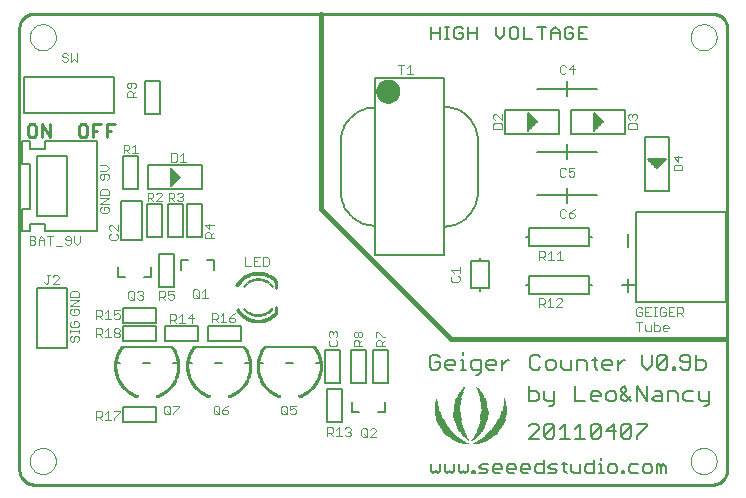
<source format=gto>
G75*
G70*
%OFA0B0*%
%FSLAX24Y24*%
%IPPOS*%
%LPD*%
%AMOC8*
5,1,8,0,0,1.08239X$1,22.5*
%
%ADD10C,0.0090*%
%ADD11C,0.0060*%
%ADD12C,0.0080*%
%ADD13C,0.0030*%
%ADD14C,0.0160*%
%ADD15C,0.0100*%
%ADD16C,0.0000*%
%ADD17C,0.0050*%
%ADD18C,0.0010*%
%ADD19C,0.0394*%
%ADD20R,0.0005X0.0005*%
%ADD21R,0.0035X0.0005*%
%ADD22R,0.0025X0.0005*%
%ADD23R,0.0060X0.0005*%
%ADD24R,0.0090X0.0005*%
%ADD25R,0.0085X0.0005*%
%ADD26R,0.0110X0.0005*%
%ADD27R,0.0115X0.0005*%
%ADD28R,0.0120X0.0005*%
%ADD29R,0.0125X0.0005*%
%ADD30R,0.0150X0.0005*%
%ADD31R,0.0145X0.0005*%
%ADD32R,0.0155X0.0005*%
%ADD33R,0.0160X0.0005*%
%ADD34R,0.0170X0.0005*%
%ADD35R,0.0175X0.0005*%
%ADD36R,0.0180X0.0005*%
%ADD37R,0.0195X0.0005*%
%ADD38R,0.0190X0.0005*%
%ADD39R,0.0200X0.0005*%
%ADD40R,0.0205X0.0005*%
%ADD41R,0.0010X0.0005*%
%ADD42R,0.0220X0.0005*%
%ADD43R,0.0225X0.0005*%
%ADD44R,0.0230X0.0005*%
%ADD45R,0.0235X0.0005*%
%ADD46R,0.0245X0.0005*%
%ADD47R,0.0240X0.0005*%
%ADD48R,0.0250X0.0005*%
%ADD49R,0.0015X0.0005*%
%ADD50R,0.0255X0.0005*%
%ADD51R,0.0260X0.0005*%
%ADD52R,0.0020X0.0005*%
%ADD53R,0.0270X0.0005*%
%ADD54R,0.0030X0.0005*%
%ADD55R,0.0265X0.0005*%
%ADD56R,0.0275X0.0005*%
%ADD57R,0.0040X0.0005*%
%ADD58R,0.0045X0.0005*%
%ADD59R,0.0280X0.0005*%
%ADD60R,0.0050X0.0005*%
%ADD61R,0.0055X0.0005*%
%ADD62R,0.0065X0.0005*%
%ADD63R,0.0285X0.0005*%
%ADD64R,0.0070X0.0005*%
%ADD65R,0.0290X0.0005*%
%ADD66R,0.0075X0.0005*%
%ADD67R,0.0295X0.0005*%
%ADD68R,0.0080X0.0005*%
%ADD69R,0.0095X0.0005*%
%ADD70R,0.0100X0.0005*%
%ADD71R,0.0105X0.0005*%
%ADD72R,0.0300X0.0005*%
%ADD73R,0.0130X0.0005*%
%ADD74R,0.0305X0.0005*%
%ADD75R,0.0135X0.0005*%
%ADD76R,0.0140X0.0005*%
%ADD77R,0.0165X0.0005*%
%ADD78R,0.0185X0.0005*%
%ADD79R,0.0210X0.0005*%
%ADD80R,0.0215X0.0005*%
D10*
X001250Y012676D02*
X001387Y012676D01*
X001455Y012744D01*
X001455Y013018D01*
X001387Y013086D01*
X001250Y013086D01*
X001182Y013018D01*
X001182Y012744D01*
X001250Y012676D01*
X001642Y012676D02*
X001642Y013086D01*
X001916Y012676D01*
X001916Y013086D01*
X002882Y013018D02*
X002882Y012744D01*
X002950Y012676D01*
X003087Y012676D01*
X003155Y012744D01*
X003155Y013018D01*
X003087Y013086D01*
X002950Y013086D01*
X002882Y013018D01*
X003342Y013086D02*
X003616Y013086D01*
X003802Y013086D02*
X004076Y013086D01*
X003802Y013086D02*
X003802Y012676D01*
X003802Y012881D02*
X003939Y012881D01*
X003479Y012881D02*
X003342Y012881D01*
X003342Y012676D02*
X003342Y013086D01*
D11*
X021186Y009438D02*
X021186Y009011D01*
X021186Y007938D02*
X021186Y007511D01*
X020973Y007725D02*
X021400Y007725D01*
X015681Y005495D02*
X015681Y005411D01*
X015681Y005245D02*
X015598Y005245D01*
X015681Y005245D02*
X015681Y004911D01*
X015598Y004911D02*
X015765Y004911D01*
X015942Y004994D02*
X016025Y004911D01*
X016275Y004911D01*
X016275Y004828D02*
X016275Y005245D01*
X016025Y005245D01*
X015942Y005161D01*
X015942Y004994D01*
X016192Y004744D02*
X016275Y004828D01*
X016192Y004744D02*
X016108Y004744D01*
X016457Y004994D02*
X016541Y004911D01*
X016707Y004911D01*
X016791Y005078D02*
X016457Y005078D01*
X016457Y005161D02*
X016457Y004994D01*
X016457Y005161D02*
X016541Y005245D01*
X016707Y005245D01*
X016791Y005161D01*
X016791Y005078D01*
X016973Y005078D02*
X017140Y005245D01*
X017223Y005245D01*
X016973Y005245D02*
X016973Y004911D01*
X017918Y004994D02*
X018002Y004911D01*
X018168Y004911D01*
X018252Y004994D01*
X018434Y004994D02*
X018517Y004911D01*
X018684Y004911D01*
X018767Y004994D01*
X018767Y005161D01*
X018684Y005245D01*
X018517Y005245D01*
X018434Y005161D01*
X018434Y004994D01*
X017918Y004994D02*
X017918Y005328D01*
X018002Y005411D01*
X018168Y005411D01*
X018252Y005328D01*
X018949Y005245D02*
X018949Y004994D01*
X019033Y004911D01*
X019283Y004911D01*
X019283Y005245D01*
X019465Y005245D02*
X019715Y005245D01*
X019799Y005161D01*
X019799Y004911D01*
X020064Y004994D02*
X020147Y004911D01*
X020064Y004994D02*
X020064Y005328D01*
X019981Y005245D02*
X020147Y005245D01*
X020324Y005161D02*
X020408Y005245D01*
X020575Y005245D01*
X020658Y005161D01*
X020658Y005078D01*
X020324Y005078D01*
X020324Y005161D02*
X020324Y004994D01*
X020408Y004911D01*
X020575Y004911D01*
X020840Y004911D02*
X020840Y005245D01*
X021007Y005245D02*
X021090Y005245D01*
X021007Y005245D02*
X020840Y005078D01*
X021632Y005078D02*
X021799Y004911D01*
X021966Y005078D01*
X021966Y005411D01*
X022148Y005328D02*
X022231Y005411D01*
X022398Y005411D01*
X022481Y005328D01*
X022148Y004994D01*
X022231Y004911D01*
X022398Y004911D01*
X022481Y004994D01*
X022481Y005328D01*
X022148Y005328D02*
X022148Y004994D01*
X022664Y004994D02*
X022664Y004911D01*
X022747Y004911D01*
X022747Y004994D01*
X022664Y004994D01*
X022921Y004994D02*
X023005Y004911D01*
X023171Y004911D01*
X023255Y004994D01*
X023255Y005328D01*
X023171Y005411D01*
X023005Y005411D01*
X022921Y005328D01*
X022921Y005245D01*
X023005Y005161D01*
X023255Y005161D01*
X023437Y005245D02*
X023687Y005245D01*
X023771Y005161D01*
X023771Y004994D01*
X023687Y004911D01*
X023437Y004911D01*
X023437Y005411D01*
X021632Y005411D02*
X021632Y005078D01*
X021476Y004361D02*
X021810Y003861D01*
X021810Y004361D01*
X022075Y004195D02*
X022242Y004195D01*
X022325Y004111D01*
X022325Y003861D01*
X022075Y003861D01*
X021992Y003944D01*
X022075Y004028D01*
X022325Y004028D01*
X022507Y003861D02*
X022507Y004195D01*
X022757Y004195D01*
X022841Y004111D01*
X022841Y003861D01*
X023023Y003944D02*
X023106Y003861D01*
X023356Y003861D01*
X023539Y003944D02*
X023622Y003861D01*
X023872Y003861D01*
X023872Y003778D02*
X023789Y003694D01*
X023705Y003694D01*
X023872Y003778D02*
X023872Y004195D01*
X023539Y004195D02*
X023539Y003944D01*
X023356Y004195D02*
X023106Y004195D01*
X023023Y004111D01*
X023023Y003944D01*
X021476Y003861D02*
X021476Y004361D01*
X021127Y004278D02*
X021127Y004195D01*
X020960Y004028D01*
X020960Y003944D01*
X021044Y003861D01*
X021127Y003861D01*
X021294Y004028D01*
X021294Y003861D02*
X020960Y004195D01*
X020960Y004278D01*
X021044Y004361D01*
X021127Y004278D01*
X020778Y004111D02*
X020695Y004195D01*
X020528Y004195D01*
X020445Y004111D01*
X020445Y003944D01*
X020528Y003861D01*
X020695Y003861D01*
X020778Y003944D01*
X020778Y004111D01*
X020263Y004111D02*
X020263Y004028D01*
X019929Y004028D01*
X019929Y004111D02*
X019929Y003944D01*
X020013Y003861D01*
X020179Y003861D01*
X019747Y003861D02*
X019414Y003861D01*
X019414Y004361D01*
X019929Y004111D02*
X020013Y004195D01*
X020179Y004195D01*
X020263Y004111D01*
X018716Y004195D02*
X018716Y003778D01*
X018632Y003694D01*
X018549Y003694D01*
X018466Y003861D02*
X018716Y003861D01*
X018466Y003861D02*
X018382Y003944D01*
X018382Y004195D01*
X018200Y004111D02*
X018117Y004195D01*
X017867Y004195D01*
X017867Y004361D02*
X017867Y003861D01*
X018117Y003861D01*
X018200Y003944D01*
X018200Y004111D01*
X019465Y004911D02*
X019465Y005245D01*
X015416Y005161D02*
X015416Y005078D01*
X015082Y005078D01*
X015082Y005161D02*
X015082Y004994D01*
X015166Y004911D01*
X015332Y004911D01*
X014900Y004994D02*
X014900Y005161D01*
X014733Y005161D01*
X014567Y004994D02*
X014650Y004911D01*
X014817Y004911D01*
X014900Y004994D01*
X015082Y005161D02*
X015166Y005245D01*
X015332Y005245D01*
X015416Y005161D01*
X014900Y005328D02*
X014817Y005411D01*
X014650Y005411D01*
X014567Y005328D01*
X014567Y004994D01*
X017867Y003028D02*
X017950Y003111D01*
X018117Y003111D01*
X018200Y003028D01*
X018200Y002945D01*
X017867Y002611D01*
X018200Y002611D01*
X018382Y002694D02*
X018716Y003028D01*
X018716Y002694D01*
X018632Y002611D01*
X018466Y002611D01*
X018382Y002694D01*
X018382Y003028D01*
X018466Y003111D01*
X018632Y003111D01*
X018716Y003028D01*
X018898Y002945D02*
X019065Y003111D01*
X019065Y002611D01*
X019231Y002611D02*
X018898Y002611D01*
X019414Y002611D02*
X019747Y002611D01*
X019580Y002611D02*
X019580Y003111D01*
X019414Y002945D01*
X019929Y003028D02*
X020013Y003111D01*
X020179Y003111D01*
X020263Y003028D01*
X019929Y002694D01*
X020013Y002611D01*
X020179Y002611D01*
X020263Y002694D01*
X020263Y003028D01*
X020445Y002861D02*
X020778Y002861D01*
X020960Y002694D02*
X021294Y003028D01*
X021294Y002694D01*
X021211Y002611D01*
X021044Y002611D01*
X020960Y002694D01*
X020960Y003028D01*
X021044Y003111D01*
X021211Y003111D01*
X021294Y003028D01*
X021476Y003111D02*
X021810Y003111D01*
X021810Y003028D01*
X021476Y002694D01*
X021476Y002611D01*
X020695Y002611D02*
X020695Y003111D01*
X020445Y002861D01*
X019929Y002694D02*
X019929Y003028D01*
D12*
X013088Y003505D02*
X013088Y003820D01*
X013088Y003505D02*
X012852Y003505D01*
X012222Y003505D02*
X011985Y003505D01*
X011985Y003820D01*
X010932Y005131D02*
X010774Y005131D01*
X009999Y005131D02*
X009774Y005131D01*
X008999Y005131D02*
X008841Y005131D01*
X008582Y005131D02*
X008424Y005131D01*
X007649Y005131D02*
X007424Y005131D01*
X006649Y005131D02*
X006491Y005131D01*
X006182Y005131D02*
X006024Y005131D01*
X005249Y005131D02*
X005024Y005131D01*
X004249Y005131D02*
X004091Y005131D01*
X004312Y005681D02*
X005961Y005681D01*
X006712Y005681D02*
X008361Y005681D01*
X009062Y005681D02*
X010711Y005681D01*
X015937Y007632D02*
X015937Y008530D01*
X016237Y008530D01*
X016237Y008630D01*
X016237Y008530D02*
X016537Y008530D01*
X016537Y007632D01*
X016237Y007632D01*
X016237Y007532D01*
X016237Y007632D02*
X015937Y007632D01*
X017787Y007731D02*
X017887Y007731D01*
X017887Y008031D01*
X019887Y008031D01*
X019887Y007731D01*
X019987Y007731D01*
X019887Y007731D02*
X019887Y007431D01*
X017887Y007431D01*
X017887Y007731D01*
X017887Y009031D02*
X017887Y009331D01*
X017787Y009331D01*
X017887Y009331D02*
X017887Y009631D01*
X019887Y009631D01*
X019887Y009331D01*
X019987Y009331D01*
X019887Y009331D02*
X019887Y009031D01*
X017887Y009031D01*
X019137Y010481D02*
X019137Y010731D01*
X018137Y010731D01*
X019137Y010731D02*
X020137Y010731D01*
X019137Y010731D02*
X019137Y010981D01*
X019137Y011931D02*
X019137Y012181D01*
X020137Y012181D01*
X019137Y012181D02*
X019137Y012431D01*
X019137Y012181D02*
X018137Y012181D01*
X019137Y014031D02*
X019137Y014281D01*
X018137Y014281D01*
X019137Y014281D02*
X020137Y014281D01*
X019137Y014281D02*
X019137Y014531D01*
X019147Y015921D02*
X019287Y015921D01*
X019357Y015991D01*
X019357Y016131D01*
X019217Y016131D01*
X019077Y016271D02*
X019077Y015991D01*
X019147Y015921D01*
X018897Y015921D02*
X018897Y016201D01*
X018756Y016341D01*
X018616Y016201D01*
X018616Y015921D01*
X018296Y015921D02*
X018296Y016341D01*
X018156Y016341D02*
X018436Y016341D01*
X018616Y016131D02*
X018897Y016131D01*
X019077Y016271D02*
X019147Y016341D01*
X019287Y016341D01*
X019357Y016271D01*
X019537Y016341D02*
X019537Y015921D01*
X019817Y015921D01*
X019677Y016131D02*
X019537Y016131D01*
X019537Y016341D02*
X019817Y016341D01*
X017976Y015921D02*
X017696Y015921D01*
X017696Y016341D01*
X017516Y016271D02*
X017445Y016341D01*
X017305Y016341D01*
X017235Y016271D01*
X017235Y015991D01*
X017305Y015921D01*
X017445Y015921D01*
X017516Y015991D01*
X017516Y016271D01*
X017055Y016341D02*
X017055Y016061D01*
X016915Y015921D01*
X016775Y016061D01*
X016775Y016341D01*
X016134Y016341D02*
X016134Y015921D01*
X015854Y015921D02*
X015854Y016341D01*
X015674Y016271D02*
X015604Y016341D01*
X015464Y016341D01*
X015394Y016271D01*
X015394Y015991D01*
X015464Y015921D01*
X015604Y015921D01*
X015674Y015991D01*
X015674Y016131D01*
X015534Y016131D01*
X015854Y016131D02*
X016134Y016131D01*
X015227Y015921D02*
X015087Y015921D01*
X015157Y015921D02*
X015157Y016341D01*
X015087Y016341D02*
X015227Y016341D01*
X014907Y016341D02*
X014907Y015921D01*
X014627Y015921D02*
X014627Y016341D01*
X014627Y016131D02*
X014907Y016131D01*
X007388Y008557D02*
X007388Y008242D01*
X007388Y008557D02*
X007152Y008557D01*
X006522Y008557D02*
X006285Y008557D01*
X006285Y008242D01*
X005288Y008320D02*
X005288Y008005D01*
X005052Y008005D01*
X004422Y008005D02*
X004185Y008005D01*
X004185Y008320D01*
D13*
X002900Y009173D02*
X002804Y009076D01*
X002707Y009173D01*
X002707Y009366D01*
X002606Y009318D02*
X002557Y009366D01*
X002461Y009366D01*
X002412Y009318D01*
X002412Y009269D01*
X002461Y009221D01*
X002606Y009221D01*
X002606Y009124D02*
X002606Y009318D01*
X002606Y009124D02*
X002557Y009076D01*
X002461Y009076D01*
X002412Y009124D01*
X002311Y009028D02*
X002118Y009028D01*
X001920Y009076D02*
X001920Y009366D01*
X002016Y009366D02*
X001823Y009366D01*
X001722Y009269D02*
X001625Y009366D01*
X001528Y009269D01*
X001528Y009076D01*
X001427Y009124D02*
X001379Y009076D01*
X001234Y009076D01*
X001234Y009366D01*
X001379Y009366D01*
X001427Y009318D01*
X001427Y009269D01*
X001379Y009221D01*
X001234Y009221D01*
X001379Y009221D02*
X001427Y009173D01*
X001427Y009124D01*
X001528Y009221D02*
X001722Y009221D01*
X001722Y009269D02*
X001722Y009076D01*
X002900Y009173D02*
X002900Y009366D01*
X003881Y009391D02*
X003881Y009294D01*
X003930Y009246D01*
X004123Y009246D01*
X004172Y009294D01*
X004172Y009391D01*
X004123Y009439D01*
X004172Y009541D02*
X003978Y009734D01*
X003930Y009734D01*
X003881Y009686D01*
X003881Y009589D01*
X003930Y009541D01*
X003930Y009439D02*
X003881Y009391D01*
X004172Y009541D02*
X004172Y009734D01*
X003823Y010146D02*
X003630Y010146D01*
X003581Y010194D01*
X003581Y010291D01*
X003630Y010339D01*
X003726Y010339D02*
X003726Y010243D01*
X003726Y010339D02*
X003823Y010339D01*
X003872Y010291D01*
X003872Y010194D01*
X003823Y010146D01*
X003872Y010441D02*
X003581Y010441D01*
X003872Y010634D01*
X003581Y010634D01*
X003581Y010735D02*
X003581Y010880D01*
X003630Y010929D01*
X003823Y010929D01*
X003872Y010880D01*
X003872Y010735D01*
X003581Y010735D01*
X003630Y011246D02*
X003678Y011246D01*
X003726Y011294D01*
X003726Y011439D01*
X003630Y011439D02*
X003581Y011391D01*
X003581Y011294D01*
X003630Y011246D01*
X003823Y011246D02*
X003872Y011294D01*
X003872Y011391D01*
X003823Y011439D01*
X003630Y011439D01*
X003581Y011541D02*
X003775Y011541D01*
X003872Y011637D01*
X003775Y011734D01*
X003581Y011734D01*
X004362Y012126D02*
X004362Y012416D01*
X004507Y012416D01*
X004556Y012368D01*
X004556Y012271D01*
X004507Y012223D01*
X004362Y012223D01*
X004459Y012223D02*
X004556Y012126D01*
X004657Y012126D02*
X004850Y012126D01*
X004754Y012126D02*
X004754Y012416D01*
X004657Y012319D01*
X005952Y012136D02*
X005952Y011846D01*
X006097Y011846D01*
X006145Y011894D01*
X006145Y012088D01*
X006097Y012136D01*
X005952Y012136D01*
X006246Y012039D02*
X006343Y012136D01*
X006343Y011846D01*
X006246Y011846D02*
X006440Y011846D01*
X006302Y010816D02*
X006350Y010768D01*
X006350Y010719D01*
X006302Y010671D01*
X006350Y010623D01*
X006350Y010574D01*
X006302Y010526D01*
X006205Y010526D01*
X006157Y010574D01*
X006056Y010526D02*
X005959Y010623D01*
X006007Y010623D02*
X005862Y010623D01*
X005862Y010526D02*
X005862Y010816D01*
X006007Y010816D01*
X006056Y010768D01*
X006056Y010671D01*
X006007Y010623D01*
X006157Y010768D02*
X006205Y010816D01*
X006302Y010816D01*
X006302Y010671D02*
X006254Y010671D01*
X005650Y010719D02*
X005457Y010526D01*
X005650Y010526D01*
X005650Y010719D02*
X005650Y010768D01*
X005602Y010816D01*
X005505Y010816D01*
X005457Y010768D01*
X005356Y010768D02*
X005356Y010671D01*
X005307Y010623D01*
X005162Y010623D01*
X005162Y010526D02*
X005162Y010816D01*
X005307Y010816D01*
X005356Y010768D01*
X005259Y010623D02*
X005356Y010526D01*
X007081Y009736D02*
X007226Y009591D01*
X007226Y009784D01*
X007081Y009736D02*
X007372Y009736D01*
X007372Y009489D02*
X007275Y009393D01*
X007275Y009441D02*
X007275Y009296D01*
X007372Y009296D02*
X007081Y009296D01*
X007081Y009441D01*
X007130Y009489D01*
X007226Y009489D01*
X007275Y009441D01*
X008418Y008666D02*
X008418Y008376D01*
X008611Y008376D01*
X008712Y008376D02*
X008906Y008376D01*
X009007Y008376D02*
X009152Y008376D01*
X009200Y008424D01*
X009200Y008618D01*
X009152Y008666D01*
X009007Y008666D01*
X009007Y008376D01*
X008809Y008521D02*
X008712Y008521D01*
X008712Y008666D02*
X008712Y008376D01*
X008712Y008666D02*
X008906Y008666D01*
X007068Y007586D02*
X007068Y007296D01*
X006971Y007296D02*
X007165Y007296D01*
X006971Y007489D02*
X007068Y007586D01*
X006870Y007538D02*
X006870Y007344D01*
X006822Y007296D01*
X006725Y007296D01*
X006677Y007344D01*
X006677Y007538D01*
X006725Y007586D01*
X006822Y007586D01*
X006870Y007538D01*
X006773Y007393D02*
X006870Y007296D01*
X006040Y007294D02*
X005991Y007246D01*
X005895Y007246D01*
X005846Y007294D01*
X005846Y007391D02*
X005943Y007439D01*
X005991Y007439D01*
X006040Y007391D01*
X006040Y007294D01*
X005846Y007391D02*
X005846Y007536D01*
X006040Y007536D01*
X005745Y007488D02*
X005745Y007391D01*
X005697Y007343D01*
X005552Y007343D01*
X005648Y007343D02*
X005745Y007246D01*
X005552Y007246D02*
X005552Y007536D01*
X005697Y007536D01*
X005745Y007488D01*
X005015Y007488D02*
X005015Y007439D01*
X004966Y007391D01*
X005015Y007343D01*
X005015Y007294D01*
X004966Y007246D01*
X004870Y007246D01*
X004821Y007294D01*
X004720Y007294D02*
X004672Y007246D01*
X004575Y007246D01*
X004527Y007294D01*
X004527Y007488D01*
X004575Y007536D01*
X004672Y007536D01*
X004720Y007488D01*
X004720Y007294D01*
X004720Y007246D02*
X004623Y007343D01*
X004821Y007488D02*
X004870Y007536D01*
X004966Y007536D01*
X005015Y007488D01*
X004966Y007391D02*
X004918Y007391D01*
X004234Y006886D02*
X004041Y006886D01*
X004041Y006741D01*
X004138Y006789D01*
X004186Y006789D01*
X004234Y006741D01*
X004234Y006644D01*
X004186Y006596D01*
X004089Y006596D01*
X004041Y006644D01*
X003940Y006596D02*
X003746Y006596D01*
X003843Y006596D02*
X003843Y006886D01*
X003746Y006789D01*
X003645Y006741D02*
X003645Y006838D01*
X003597Y006886D01*
X003452Y006886D01*
X003452Y006596D01*
X003452Y006693D02*
X003597Y006693D01*
X003645Y006741D01*
X003548Y006693D02*
X003645Y006596D01*
X003597Y006286D02*
X003645Y006238D01*
X003645Y006141D01*
X003597Y006093D01*
X003452Y006093D01*
X003548Y006093D02*
X003645Y005996D01*
X003746Y005996D02*
X003940Y005996D01*
X003843Y005996D02*
X003843Y006286D01*
X003746Y006189D01*
X003597Y006286D02*
X003452Y006286D01*
X003452Y005996D01*
X002872Y005991D02*
X002872Y005894D01*
X002823Y005846D01*
X002726Y005894D02*
X002726Y005991D01*
X002775Y006039D01*
X002823Y006039D01*
X002872Y005991D01*
X002872Y006141D02*
X002872Y006237D01*
X002872Y006189D02*
X002581Y006189D01*
X002581Y006141D02*
X002581Y006237D01*
X002630Y006337D02*
X002823Y006337D01*
X002872Y006385D01*
X002872Y006482D01*
X002823Y006531D01*
X002726Y006531D01*
X002726Y006434D01*
X002630Y006531D02*
X002581Y006482D01*
X002581Y006385D01*
X002630Y006337D01*
X002630Y006039D02*
X002581Y005991D01*
X002581Y005894D01*
X002630Y005846D01*
X002678Y005846D01*
X002726Y005894D01*
X004041Y006044D02*
X004041Y006093D01*
X004089Y006141D01*
X004186Y006141D01*
X004234Y006093D01*
X004234Y006044D01*
X004186Y005996D01*
X004089Y005996D01*
X004041Y006044D01*
X004089Y006141D02*
X004041Y006189D01*
X004041Y006238D01*
X004089Y006286D01*
X004186Y006286D01*
X004234Y006238D01*
X004234Y006189D01*
X004186Y006141D01*
X002872Y006794D02*
X002823Y006746D01*
X002630Y006746D01*
X002581Y006794D01*
X002581Y006891D01*
X002630Y006939D01*
X002726Y006939D02*
X002726Y006843D01*
X002726Y006939D02*
X002823Y006939D01*
X002872Y006891D01*
X002872Y006794D01*
X002872Y007041D02*
X002581Y007041D01*
X002872Y007234D01*
X002581Y007234D01*
X002581Y007335D02*
X002581Y007480D01*
X002630Y007529D01*
X002823Y007529D01*
X002872Y007480D01*
X002872Y007335D01*
X002581Y007335D01*
X002200Y007776D02*
X002007Y007776D01*
X002200Y007969D01*
X002200Y008018D01*
X002152Y008066D01*
X002055Y008066D01*
X002007Y008018D01*
X001906Y008066D02*
X001809Y008066D01*
X001857Y008066D02*
X001857Y007824D01*
X001809Y007776D01*
X001761Y007776D01*
X001712Y007824D01*
X005918Y006766D02*
X005918Y006476D01*
X005918Y006573D02*
X006063Y006573D01*
X006111Y006621D01*
X006111Y006718D01*
X006063Y006766D01*
X005918Y006766D01*
X006014Y006573D02*
X006111Y006476D01*
X006212Y006476D02*
X006406Y006476D01*
X006309Y006476D02*
X006309Y006766D01*
X006212Y006669D01*
X006507Y006621D02*
X006700Y006621D01*
X006652Y006476D02*
X006652Y006766D01*
X006507Y006621D01*
X007302Y006593D02*
X007447Y006593D01*
X007495Y006641D01*
X007495Y006738D01*
X007447Y006786D01*
X007302Y006786D01*
X007302Y006496D01*
X007398Y006593D02*
X007495Y006496D01*
X007596Y006496D02*
X007790Y006496D01*
X007693Y006496D02*
X007693Y006786D01*
X007596Y006689D01*
X007891Y006641D02*
X008036Y006641D01*
X008084Y006593D01*
X008084Y006544D01*
X008036Y006496D01*
X007939Y006496D01*
X007891Y006544D01*
X007891Y006641D01*
X007988Y006738D01*
X008084Y006786D01*
X011201Y006146D02*
X011201Y006050D01*
X011250Y006001D01*
X011250Y005900D02*
X011201Y005852D01*
X011201Y005755D01*
X011250Y005707D01*
X011443Y005707D01*
X011492Y005755D01*
X011492Y005852D01*
X011443Y005900D01*
X011443Y006001D02*
X011492Y006050D01*
X011492Y006146D01*
X011443Y006195D01*
X011395Y006195D01*
X011346Y006146D01*
X011346Y006098D01*
X011346Y006146D02*
X011298Y006195D01*
X011250Y006195D01*
X011201Y006146D01*
X012031Y006136D02*
X012031Y006039D01*
X012080Y005991D01*
X012128Y005991D01*
X012176Y006039D01*
X012176Y006136D01*
X012225Y006184D01*
X012273Y006184D01*
X012322Y006136D01*
X012322Y006039D01*
X012273Y005991D01*
X012225Y005991D01*
X012176Y006039D01*
X012176Y006136D02*
X012128Y006184D01*
X012080Y006184D01*
X012031Y006136D01*
X012781Y006184D02*
X012781Y005991D01*
X012830Y005889D02*
X012781Y005841D01*
X012781Y005696D01*
X013072Y005696D01*
X012975Y005696D02*
X012975Y005841D01*
X012926Y005889D01*
X012830Y005889D01*
X012975Y005793D02*
X013072Y005889D01*
X013072Y005991D02*
X013023Y005991D01*
X012830Y006184D01*
X012781Y006184D01*
X012322Y005889D02*
X012225Y005793D01*
X012225Y005841D02*
X012225Y005696D01*
X012322Y005696D02*
X012031Y005696D01*
X012031Y005841D01*
X012080Y005889D01*
X012176Y005889D01*
X012225Y005841D01*
X015271Y007894D02*
X015319Y007846D01*
X015513Y007846D01*
X015561Y007894D01*
X015561Y007991D01*
X015513Y008039D01*
X015561Y008141D02*
X015561Y008334D01*
X015561Y008237D02*
X015271Y008237D01*
X015368Y008141D01*
X015319Y008039D02*
X015271Y007991D01*
X015271Y007894D01*
X018202Y007286D02*
X018202Y006996D01*
X018202Y007093D02*
X018347Y007093D01*
X018395Y007141D01*
X018395Y007238D01*
X018347Y007286D01*
X018202Y007286D01*
X018298Y007093D02*
X018395Y006996D01*
X018496Y006996D02*
X018690Y006996D01*
X018593Y006996D02*
X018593Y007286D01*
X018496Y007189D01*
X018791Y007238D02*
X018839Y007286D01*
X018936Y007286D01*
X018984Y007238D01*
X018984Y007189D01*
X018791Y006996D01*
X018984Y006996D01*
X021452Y006938D02*
X021452Y006744D01*
X021500Y006696D01*
X021597Y006696D01*
X021645Y006744D01*
X021645Y006841D01*
X021548Y006841D01*
X021452Y006938D02*
X021500Y006986D01*
X021597Y006986D01*
X021645Y006938D01*
X021746Y006986D02*
X021746Y006696D01*
X021940Y006696D01*
X022041Y006696D02*
X022138Y006696D01*
X022089Y006696D02*
X022089Y006986D01*
X022041Y006986D02*
X022138Y006986D01*
X022237Y006938D02*
X022237Y006744D01*
X022286Y006696D01*
X022382Y006696D01*
X022431Y006744D01*
X022431Y006841D01*
X022334Y006841D01*
X022237Y006938D02*
X022286Y006986D01*
X022382Y006986D01*
X022431Y006938D01*
X022532Y006986D02*
X022532Y006696D01*
X022725Y006696D01*
X022827Y006696D02*
X022827Y006986D01*
X022972Y006986D01*
X023020Y006938D01*
X023020Y006841D01*
X022972Y006793D01*
X022827Y006793D01*
X022923Y006793D02*
X023020Y006696D01*
X022629Y006841D02*
X022532Y006841D01*
X022532Y006986D02*
X022725Y006986D01*
X021940Y006986D02*
X021746Y006986D01*
X021746Y006841D02*
X021843Y006841D01*
X021645Y006486D02*
X021452Y006486D01*
X021548Y006486D02*
X021548Y006196D01*
X021746Y006244D02*
X021795Y006196D01*
X021940Y006196D01*
X021940Y006389D01*
X022041Y006389D02*
X022186Y006389D01*
X022234Y006341D01*
X022234Y006244D01*
X022186Y006196D01*
X022041Y006196D01*
X022041Y006486D01*
X021746Y006389D02*
X021746Y006244D01*
X022336Y006244D02*
X022336Y006341D01*
X022384Y006389D01*
X022481Y006389D01*
X022529Y006341D01*
X022529Y006293D01*
X022336Y006293D01*
X022336Y006244D02*
X022384Y006196D01*
X022481Y006196D01*
X019000Y008576D02*
X018807Y008576D01*
X018904Y008576D02*
X018904Y008866D01*
X018807Y008769D01*
X018706Y008576D02*
X018512Y008576D01*
X018609Y008576D02*
X018609Y008866D01*
X018512Y008769D01*
X018411Y008721D02*
X018363Y008673D01*
X018218Y008673D01*
X018314Y008673D02*
X018411Y008576D01*
X018411Y008721D02*
X018411Y008818D01*
X018363Y008866D01*
X018218Y008866D01*
X018218Y008576D01*
X018961Y009976D02*
X019057Y009976D01*
X019106Y010024D01*
X019207Y010024D02*
X019255Y009976D01*
X019352Y009976D01*
X019400Y010024D01*
X019400Y010073D01*
X019352Y010121D01*
X019207Y010121D01*
X019207Y010024D01*
X019207Y010121D02*
X019304Y010218D01*
X019400Y010266D01*
X019106Y010218D02*
X019057Y010266D01*
X018961Y010266D01*
X018912Y010218D01*
X018912Y010024D01*
X018961Y009976D01*
X018950Y011346D02*
X019047Y011346D01*
X019095Y011394D01*
X019196Y011394D02*
X019245Y011346D01*
X019341Y011346D01*
X019390Y011394D01*
X019390Y011491D01*
X019341Y011539D01*
X019293Y011539D01*
X019196Y011491D01*
X019196Y011636D01*
X019390Y011636D01*
X019095Y011588D02*
X019047Y011636D01*
X018950Y011636D01*
X018902Y011588D01*
X018902Y011394D01*
X018950Y011346D01*
X022701Y011557D02*
X022701Y011702D01*
X022750Y011750D01*
X022943Y011750D01*
X022992Y011702D01*
X022992Y011557D01*
X022701Y011557D01*
X022846Y011851D02*
X022846Y012045D01*
X022701Y011996D02*
X022846Y011851D01*
X022992Y011996D02*
X022701Y011996D01*
X021472Y012946D02*
X021181Y012946D01*
X021181Y013091D01*
X021230Y013139D01*
X021423Y013139D01*
X021472Y013091D01*
X021472Y012946D01*
X021423Y013241D02*
X021472Y013289D01*
X021472Y013386D01*
X021423Y013434D01*
X021375Y013434D01*
X021326Y013386D01*
X021326Y013337D01*
X021326Y013386D02*
X021278Y013434D01*
X021230Y013434D01*
X021181Y013386D01*
X021181Y013289D01*
X021230Y013241D01*
X019352Y014776D02*
X019352Y015066D01*
X019207Y014921D01*
X019400Y014921D01*
X019106Y014824D02*
X019057Y014776D01*
X018961Y014776D01*
X018912Y014824D01*
X018912Y015018D01*
X018961Y015066D01*
X019057Y015066D01*
X019106Y015018D01*
X016972Y013434D02*
X016972Y013241D01*
X016778Y013434D01*
X016730Y013434D01*
X016681Y013386D01*
X016681Y013289D01*
X016730Y013241D01*
X016730Y013139D02*
X016681Y013091D01*
X016681Y012946D01*
X016972Y012946D01*
X016972Y013091D01*
X016923Y013139D01*
X016730Y013139D01*
X014000Y014776D02*
X013807Y014776D01*
X013904Y014776D02*
X013904Y015066D01*
X013807Y014969D01*
X013706Y015066D02*
X013512Y015066D01*
X013609Y015066D02*
X013609Y014776D01*
X004772Y014436D02*
X004772Y014339D01*
X004723Y014291D01*
X004626Y014339D02*
X004626Y014484D01*
X004530Y014484D02*
X004481Y014436D01*
X004481Y014339D01*
X004530Y014291D01*
X004578Y014291D01*
X004626Y014339D01*
X004626Y014189D02*
X004675Y014141D01*
X004675Y013996D01*
X004772Y013996D02*
X004481Y013996D01*
X004481Y014141D01*
X004530Y014189D01*
X004626Y014189D01*
X004675Y014093D02*
X004772Y014189D01*
X004772Y014436D02*
X004723Y014484D01*
X004530Y014484D01*
X002800Y015176D02*
X002800Y015466D01*
X002607Y015466D02*
X002607Y015176D01*
X002704Y015273D01*
X002800Y015176D01*
X002506Y015224D02*
X002457Y015176D01*
X002361Y015176D01*
X002312Y015224D01*
X002361Y015321D02*
X002457Y015321D01*
X002506Y015273D01*
X002506Y015224D01*
X002361Y015321D02*
X002312Y015369D01*
X002312Y015418D01*
X002361Y015466D01*
X002457Y015466D01*
X002506Y015418D01*
X005761Y003716D02*
X005857Y003716D01*
X005906Y003668D01*
X005906Y003474D01*
X005857Y003426D01*
X005761Y003426D01*
X005712Y003474D01*
X005712Y003668D01*
X005761Y003716D01*
X005809Y003523D02*
X005906Y003426D01*
X006007Y003426D02*
X006007Y003474D01*
X006200Y003668D01*
X006200Y003716D01*
X006007Y003716D01*
X007362Y003668D02*
X007362Y003474D01*
X007411Y003426D01*
X007507Y003426D01*
X007556Y003474D01*
X007556Y003668D01*
X007507Y003716D01*
X007411Y003716D01*
X007362Y003668D01*
X007459Y003523D02*
X007556Y003426D01*
X007657Y003474D02*
X007657Y003571D01*
X007802Y003571D01*
X007850Y003523D01*
X007850Y003474D01*
X007802Y003426D01*
X007705Y003426D01*
X007657Y003474D01*
X007657Y003571D02*
X007754Y003668D01*
X007850Y003716D01*
X009612Y003668D02*
X009612Y003474D01*
X009661Y003426D01*
X009757Y003426D01*
X009806Y003474D01*
X009806Y003668D01*
X009757Y003716D01*
X009661Y003716D01*
X009612Y003668D01*
X009709Y003523D02*
X009806Y003426D01*
X009907Y003474D02*
X009955Y003426D01*
X010052Y003426D01*
X010100Y003474D01*
X010100Y003571D01*
X010052Y003619D01*
X010004Y003619D01*
X009907Y003571D01*
X009907Y003716D01*
X010100Y003716D01*
X011152Y002986D02*
X011297Y002986D01*
X011345Y002938D01*
X011345Y002841D01*
X011297Y002793D01*
X011152Y002793D01*
X011248Y002793D02*
X011345Y002696D01*
X011446Y002696D02*
X011640Y002696D01*
X011543Y002696D02*
X011543Y002986D01*
X011446Y002889D01*
X011741Y002938D02*
X011789Y002986D01*
X011886Y002986D01*
X011934Y002938D01*
X011934Y002889D01*
X011886Y002841D01*
X011934Y002793D01*
X011934Y002744D01*
X011886Y002696D01*
X011789Y002696D01*
X011741Y002744D01*
X011838Y002841D02*
X011886Y002841D01*
X012287Y002918D02*
X012287Y002724D01*
X012336Y002676D01*
X012432Y002676D01*
X012481Y002724D01*
X012481Y002918D01*
X012432Y002966D01*
X012336Y002966D01*
X012287Y002918D01*
X012384Y002773D02*
X012481Y002676D01*
X012582Y002676D02*
X012775Y002869D01*
X012775Y002918D01*
X012727Y002966D01*
X012630Y002966D01*
X012582Y002918D01*
X012582Y002676D02*
X012775Y002676D01*
X011152Y002696D02*
X011152Y002986D01*
X004234Y003488D02*
X004041Y003294D01*
X004041Y003246D01*
X003940Y003246D02*
X003746Y003246D01*
X003843Y003246D02*
X003843Y003536D01*
X003746Y003439D01*
X003645Y003391D02*
X003645Y003488D01*
X003597Y003536D01*
X003452Y003536D01*
X003452Y003246D01*
X003452Y003343D02*
X003597Y003343D01*
X003645Y003391D01*
X003548Y003343D02*
X003645Y003246D01*
X004041Y003536D02*
X004234Y003536D01*
X004234Y003488D01*
D14*
X010937Y010281D02*
X015287Y005931D01*
X024437Y005931D01*
X010937Y010281D02*
X010937Y016781D01*
D15*
X001387Y001081D02*
X023987Y001081D01*
X024031Y001083D01*
X024074Y001089D01*
X024116Y001098D01*
X024158Y001111D01*
X024198Y001128D01*
X024237Y001148D01*
X024274Y001171D01*
X024308Y001198D01*
X024341Y001227D01*
X024370Y001260D01*
X024397Y001294D01*
X024420Y001331D01*
X024440Y001370D01*
X024457Y001410D01*
X024470Y001452D01*
X024479Y001494D01*
X024485Y001537D01*
X024487Y001581D01*
X024487Y016281D01*
X024485Y016325D01*
X024479Y016368D01*
X024470Y016410D01*
X024457Y016452D01*
X024440Y016492D01*
X024420Y016531D01*
X024397Y016568D01*
X024370Y016602D01*
X024341Y016635D01*
X024308Y016664D01*
X024274Y016691D01*
X024237Y016714D01*
X024198Y016734D01*
X024158Y016751D01*
X024116Y016764D01*
X024074Y016773D01*
X024031Y016779D01*
X023987Y016781D01*
X001387Y016781D01*
X001343Y016779D01*
X001300Y016773D01*
X001258Y016764D01*
X001216Y016751D01*
X001176Y016734D01*
X001137Y016714D01*
X001100Y016691D01*
X001066Y016664D01*
X001033Y016635D01*
X001004Y016602D01*
X000977Y016568D01*
X000954Y016531D01*
X000934Y016492D01*
X000917Y016452D01*
X000904Y016410D01*
X000895Y016368D01*
X000889Y016325D01*
X000887Y016281D01*
X000887Y001581D01*
X000889Y001537D01*
X000895Y001494D01*
X000904Y001452D01*
X000917Y001410D01*
X000934Y001370D01*
X000954Y001331D01*
X000977Y001294D01*
X001004Y001260D01*
X001033Y001227D01*
X001066Y001198D01*
X001100Y001171D01*
X001137Y001148D01*
X001176Y001128D01*
X001216Y001111D01*
X001258Y001098D01*
X001300Y001089D01*
X001343Y001083D01*
X001387Y001081D01*
X009457Y006821D02*
X009457Y007001D01*
X009457Y007641D02*
X009457Y007841D01*
D16*
X001241Y001868D02*
X001243Y001909D01*
X001249Y001950D01*
X001259Y001990D01*
X001272Y002029D01*
X001289Y002066D01*
X001310Y002102D01*
X001334Y002136D01*
X001361Y002167D01*
X001390Y002195D01*
X001423Y002221D01*
X001457Y002243D01*
X001494Y002262D01*
X001532Y002277D01*
X001572Y002289D01*
X001612Y002297D01*
X001653Y002301D01*
X001695Y002301D01*
X001736Y002297D01*
X001776Y002289D01*
X001816Y002277D01*
X001854Y002262D01*
X001890Y002243D01*
X001925Y002221D01*
X001958Y002195D01*
X001987Y002167D01*
X002014Y002136D01*
X002038Y002102D01*
X002059Y002066D01*
X002076Y002029D01*
X002089Y001990D01*
X002099Y001950D01*
X002105Y001909D01*
X002107Y001868D01*
X002105Y001827D01*
X002099Y001786D01*
X002089Y001746D01*
X002076Y001707D01*
X002059Y001670D01*
X002038Y001634D01*
X002014Y001600D01*
X001987Y001569D01*
X001958Y001541D01*
X001925Y001515D01*
X001891Y001493D01*
X001854Y001474D01*
X001816Y001459D01*
X001776Y001447D01*
X001736Y001439D01*
X001695Y001435D01*
X001653Y001435D01*
X001612Y001439D01*
X001572Y001447D01*
X001532Y001459D01*
X001494Y001474D01*
X001458Y001493D01*
X001423Y001515D01*
X001390Y001541D01*
X001361Y001569D01*
X001334Y001600D01*
X001310Y001634D01*
X001289Y001670D01*
X001272Y001707D01*
X001259Y001746D01*
X001249Y001786D01*
X001243Y001827D01*
X001241Y001868D01*
X023266Y001868D02*
X023268Y001909D01*
X023274Y001950D01*
X023284Y001990D01*
X023297Y002029D01*
X023314Y002066D01*
X023335Y002102D01*
X023359Y002136D01*
X023386Y002167D01*
X023415Y002195D01*
X023448Y002221D01*
X023482Y002243D01*
X023519Y002262D01*
X023557Y002277D01*
X023597Y002289D01*
X023637Y002297D01*
X023678Y002301D01*
X023720Y002301D01*
X023761Y002297D01*
X023801Y002289D01*
X023841Y002277D01*
X023879Y002262D01*
X023915Y002243D01*
X023950Y002221D01*
X023983Y002195D01*
X024012Y002167D01*
X024039Y002136D01*
X024063Y002102D01*
X024084Y002066D01*
X024101Y002029D01*
X024114Y001990D01*
X024124Y001950D01*
X024130Y001909D01*
X024132Y001868D01*
X024130Y001827D01*
X024124Y001786D01*
X024114Y001746D01*
X024101Y001707D01*
X024084Y001670D01*
X024063Y001634D01*
X024039Y001600D01*
X024012Y001569D01*
X023983Y001541D01*
X023950Y001515D01*
X023916Y001493D01*
X023879Y001474D01*
X023841Y001459D01*
X023801Y001447D01*
X023761Y001439D01*
X023720Y001435D01*
X023678Y001435D01*
X023637Y001439D01*
X023597Y001447D01*
X023557Y001459D01*
X023519Y001474D01*
X023483Y001493D01*
X023448Y001515D01*
X023415Y001541D01*
X023386Y001569D01*
X023359Y001600D01*
X023335Y001634D01*
X023314Y001670D01*
X023297Y001707D01*
X023284Y001746D01*
X023274Y001786D01*
X023268Y001827D01*
X023266Y001868D01*
X023266Y015994D02*
X023268Y016035D01*
X023274Y016076D01*
X023284Y016116D01*
X023297Y016155D01*
X023314Y016192D01*
X023335Y016228D01*
X023359Y016262D01*
X023386Y016293D01*
X023415Y016321D01*
X023448Y016347D01*
X023482Y016369D01*
X023519Y016388D01*
X023557Y016403D01*
X023597Y016415D01*
X023637Y016423D01*
X023678Y016427D01*
X023720Y016427D01*
X023761Y016423D01*
X023801Y016415D01*
X023841Y016403D01*
X023879Y016388D01*
X023915Y016369D01*
X023950Y016347D01*
X023983Y016321D01*
X024012Y016293D01*
X024039Y016262D01*
X024063Y016228D01*
X024084Y016192D01*
X024101Y016155D01*
X024114Y016116D01*
X024124Y016076D01*
X024130Y016035D01*
X024132Y015994D01*
X024130Y015953D01*
X024124Y015912D01*
X024114Y015872D01*
X024101Y015833D01*
X024084Y015796D01*
X024063Y015760D01*
X024039Y015726D01*
X024012Y015695D01*
X023983Y015667D01*
X023950Y015641D01*
X023916Y015619D01*
X023879Y015600D01*
X023841Y015585D01*
X023801Y015573D01*
X023761Y015565D01*
X023720Y015561D01*
X023678Y015561D01*
X023637Y015565D01*
X023597Y015573D01*
X023557Y015585D01*
X023519Y015600D01*
X023483Y015619D01*
X023448Y015641D01*
X023415Y015667D01*
X023386Y015695D01*
X023359Y015726D01*
X023335Y015760D01*
X023314Y015796D01*
X023297Y015833D01*
X023284Y015872D01*
X023274Y015912D01*
X023268Y015953D01*
X023266Y015994D01*
X001241Y015994D02*
X001243Y016035D01*
X001249Y016076D01*
X001259Y016116D01*
X001272Y016155D01*
X001289Y016192D01*
X001310Y016228D01*
X001334Y016262D01*
X001361Y016293D01*
X001390Y016321D01*
X001423Y016347D01*
X001457Y016369D01*
X001494Y016388D01*
X001532Y016403D01*
X001572Y016415D01*
X001612Y016423D01*
X001653Y016427D01*
X001695Y016427D01*
X001736Y016423D01*
X001776Y016415D01*
X001816Y016403D01*
X001854Y016388D01*
X001890Y016369D01*
X001925Y016347D01*
X001958Y016321D01*
X001987Y016293D01*
X002014Y016262D01*
X002038Y016228D01*
X002059Y016192D01*
X002076Y016155D01*
X002089Y016116D01*
X002099Y016076D01*
X002105Y016035D01*
X002107Y015994D01*
X002105Y015953D01*
X002099Y015912D01*
X002089Y015872D01*
X002076Y015833D01*
X002059Y015796D01*
X002038Y015760D01*
X002014Y015726D01*
X001987Y015695D01*
X001958Y015667D01*
X001925Y015641D01*
X001891Y015619D01*
X001854Y015600D01*
X001816Y015585D01*
X001776Y015573D01*
X001736Y015565D01*
X001695Y015561D01*
X001653Y015561D01*
X001612Y015565D01*
X001572Y015573D01*
X001532Y015585D01*
X001494Y015600D01*
X001458Y015619D01*
X001423Y015641D01*
X001390Y015667D01*
X001361Y015695D01*
X001334Y015726D01*
X001310Y015760D01*
X001289Y015796D01*
X001272Y015833D01*
X001259Y015872D01*
X001249Y015912D01*
X001243Y015953D01*
X001241Y015994D01*
D17*
X001037Y014681D02*
X004037Y014681D01*
X004037Y013481D01*
X001037Y013481D01*
X001037Y014681D01*
X005087Y014531D02*
X005087Y013431D01*
X005587Y013431D01*
X005587Y014531D01*
X005087Y014531D01*
X003487Y012531D02*
X001737Y012531D01*
X001737Y012281D01*
X001237Y012281D01*
X001237Y012531D01*
X000987Y012531D01*
X000987Y011781D01*
X001237Y011781D01*
X001237Y010281D01*
X000987Y010281D01*
X000987Y009531D01*
X001237Y009531D01*
X001237Y009781D01*
X001737Y009781D01*
X001737Y009531D01*
X003487Y009531D01*
X003487Y012531D01*
X004337Y012031D02*
X004837Y012031D01*
X004837Y010931D01*
X004337Y010931D01*
X004337Y012031D01*
X005187Y011731D02*
X005187Y010931D01*
X006987Y010931D01*
X006987Y011731D01*
X005187Y011731D01*
X005937Y011631D02*
X005987Y011581D01*
X006037Y011531D01*
X006087Y011481D01*
X006137Y011431D01*
X006187Y011381D01*
X006237Y011331D01*
X006187Y011281D01*
X006187Y011381D01*
X006137Y011431D02*
X006137Y011231D01*
X006187Y011281D01*
X006137Y011231D02*
X006087Y011181D01*
X006087Y011481D01*
X006037Y011531D02*
X006037Y011131D01*
X006087Y011181D01*
X006037Y011131D02*
X005987Y011081D01*
X005987Y011581D01*
X005937Y011631D02*
X005937Y011031D01*
X005987Y011081D01*
X004987Y010531D02*
X004287Y010531D01*
X004287Y009231D01*
X004987Y009231D01*
X004987Y010531D01*
X005137Y010431D02*
X005637Y010431D01*
X005637Y009331D01*
X005137Y009331D01*
X005137Y010431D01*
X005837Y010431D02*
X006337Y010431D01*
X006337Y009331D01*
X005837Y009331D01*
X005837Y010431D01*
X006487Y010431D02*
X006987Y010431D01*
X006987Y009331D01*
X006487Y009331D01*
X006487Y010431D01*
X002487Y010031D02*
X001487Y010031D01*
X001487Y012031D01*
X002487Y012031D01*
X002487Y010031D01*
X005537Y008781D02*
X006037Y008781D01*
X006037Y007681D01*
X005537Y007681D01*
X005537Y008781D01*
X002487Y007631D02*
X002487Y005631D01*
X001487Y005631D01*
X001487Y007631D01*
X002487Y007631D01*
X004337Y006981D02*
X005437Y006981D01*
X005437Y006481D01*
X004337Y006481D01*
X004337Y006981D01*
X004337Y006381D02*
X005437Y006381D01*
X005437Y005881D01*
X004337Y005881D01*
X004337Y006381D01*
X005737Y006381D02*
X005737Y005881D01*
X006837Y005881D01*
X006837Y006381D01*
X005737Y006381D01*
X007187Y006381D02*
X007187Y005881D01*
X008287Y005881D01*
X008287Y006381D01*
X007187Y006381D01*
X011087Y005581D02*
X011587Y005581D01*
X011587Y004481D01*
X011087Y004481D01*
X011087Y005581D01*
X011937Y005581D02*
X012437Y005581D01*
X012437Y004481D01*
X011937Y004481D01*
X011937Y005581D01*
X012687Y005581D02*
X013187Y005581D01*
X013187Y004481D01*
X012687Y004481D01*
X012687Y005581D01*
X011637Y004281D02*
X011137Y004281D01*
X011137Y003181D01*
X011637Y003181D01*
X011637Y004281D01*
X005437Y003681D02*
X005437Y003181D01*
X004337Y003181D01*
X004337Y003681D01*
X005437Y003681D01*
X014612Y001756D02*
X014612Y001531D01*
X014687Y001456D01*
X014762Y001531D01*
X014837Y001456D01*
X014912Y001531D01*
X014912Y001756D01*
X015072Y001756D02*
X015072Y001531D01*
X015147Y001456D01*
X015222Y001531D01*
X015297Y001456D01*
X015372Y001531D01*
X015372Y001756D01*
X015532Y001756D02*
X015532Y001531D01*
X015607Y001456D01*
X015682Y001531D01*
X015757Y001456D01*
X015833Y001531D01*
X015833Y001756D01*
X015993Y001531D02*
X016068Y001531D01*
X016068Y001456D01*
X015993Y001456D01*
X015993Y001531D01*
X016223Y001456D02*
X016448Y001456D01*
X016523Y001531D01*
X016448Y001606D01*
X016298Y001606D01*
X016223Y001681D01*
X016298Y001756D01*
X016523Y001756D01*
X016683Y001681D02*
X016758Y001756D01*
X016908Y001756D01*
X016983Y001681D01*
X016983Y001606D01*
X016683Y001606D01*
X016683Y001531D02*
X016683Y001681D01*
X016683Y001531D02*
X016758Y001456D01*
X016908Y001456D01*
X017144Y001531D02*
X017144Y001681D01*
X017219Y001756D01*
X017369Y001756D01*
X017444Y001681D01*
X017444Y001606D01*
X017144Y001606D01*
X017144Y001531D02*
X017219Y001456D01*
X017369Y001456D01*
X017604Y001531D02*
X017604Y001681D01*
X017679Y001756D01*
X017829Y001756D01*
X017904Y001681D01*
X017904Y001606D01*
X017604Y001606D01*
X017604Y001531D02*
X017679Y001456D01*
X017829Y001456D01*
X018064Y001531D02*
X018064Y001681D01*
X018139Y001756D01*
X018364Y001756D01*
X018364Y001906D02*
X018364Y001456D01*
X018139Y001456D01*
X018064Y001531D01*
X018525Y001456D02*
X018750Y001456D01*
X018825Y001531D01*
X018750Y001606D01*
X018600Y001606D01*
X018525Y001681D01*
X018600Y001756D01*
X018825Y001756D01*
X018985Y001756D02*
X019135Y001756D01*
X019060Y001831D02*
X019060Y001531D01*
X019135Y001456D01*
X019292Y001531D02*
X019367Y001456D01*
X019592Y001456D01*
X019592Y001756D01*
X019752Y001681D02*
X019827Y001756D01*
X020052Y001756D01*
X020052Y001906D02*
X020052Y001456D01*
X019827Y001456D01*
X019752Y001531D01*
X019752Y001681D01*
X019292Y001756D02*
X019292Y001531D01*
X020213Y001456D02*
X020363Y001456D01*
X020288Y001456D02*
X020288Y001756D01*
X020213Y001756D01*
X020288Y001906D02*
X020288Y001981D01*
X020519Y001681D02*
X020594Y001756D01*
X020745Y001756D01*
X020820Y001681D01*
X020820Y001531D01*
X020745Y001456D01*
X020594Y001456D01*
X020519Y001531D01*
X020519Y001681D01*
X020980Y001531D02*
X020980Y001456D01*
X021055Y001456D01*
X021055Y001531D01*
X020980Y001531D01*
X021210Y001531D02*
X021285Y001456D01*
X021510Y001456D01*
X021670Y001531D02*
X021745Y001456D01*
X021895Y001456D01*
X021971Y001531D01*
X021971Y001681D01*
X021895Y001756D01*
X021745Y001756D01*
X021670Y001681D01*
X021670Y001531D01*
X021510Y001756D02*
X021285Y001756D01*
X021210Y001681D01*
X021210Y001531D01*
X022131Y001456D02*
X022131Y001756D01*
X022206Y001756D01*
X022281Y001681D01*
X022356Y001756D01*
X022431Y001681D01*
X022431Y001456D01*
X022281Y001456D02*
X022281Y001681D01*
X021437Y007181D02*
X021437Y010181D01*
X024437Y010181D01*
X024437Y007181D01*
X021437Y007181D01*
X015028Y008728D02*
X012745Y008728D01*
X012745Y009713D01*
X012745Y013650D01*
X012745Y014634D01*
X015028Y014634D01*
X015028Y013681D01*
X015028Y009681D01*
X015028Y008728D01*
X015028Y009681D02*
X015094Y009683D01*
X015161Y009689D01*
X015226Y009698D01*
X015291Y009712D01*
X015356Y009729D01*
X015419Y009750D01*
X015480Y009774D01*
X015541Y009802D01*
X015599Y009834D01*
X015656Y009869D01*
X015710Y009907D01*
X015762Y009948D01*
X015812Y009992D01*
X015859Y010039D01*
X015903Y010089D01*
X015944Y010141D01*
X015982Y010195D01*
X016017Y010252D01*
X016049Y010310D01*
X016077Y010371D01*
X016101Y010432D01*
X016122Y010495D01*
X016139Y010560D01*
X016153Y010625D01*
X016162Y010690D01*
X016168Y010757D01*
X016170Y010823D01*
X016170Y012539D01*
X017087Y012781D02*
X017087Y013581D01*
X018887Y013581D01*
X018887Y012781D01*
X017087Y012781D01*
X017837Y012881D02*
X017887Y012931D01*
X017937Y012981D01*
X017987Y013031D01*
X018037Y013081D01*
X018087Y013131D01*
X018137Y013181D01*
X018087Y013231D01*
X018037Y013281D01*
X018037Y013081D01*
X018087Y013131D02*
X018087Y013231D01*
X018037Y013281D02*
X017987Y013331D01*
X017937Y013381D01*
X017937Y012981D01*
X017987Y013031D02*
X017987Y013331D01*
X017937Y013381D02*
X017887Y013431D01*
X017837Y013481D01*
X017837Y012881D01*
X017887Y012931D02*
X017887Y013431D01*
X019287Y013581D02*
X019287Y012781D01*
X021087Y012781D01*
X021087Y013581D01*
X019287Y013581D01*
X020037Y013481D02*
X020087Y013431D01*
X020137Y013381D01*
X020187Y013331D01*
X020237Y013281D01*
X020287Y013231D01*
X020337Y013181D01*
X020287Y013131D01*
X020287Y013231D01*
X020237Y013281D02*
X020237Y013081D01*
X020287Y013131D01*
X020237Y013081D02*
X020187Y013031D01*
X020187Y013331D01*
X020137Y013381D02*
X020137Y012981D01*
X020187Y013031D01*
X020137Y012981D02*
X020087Y012931D01*
X020087Y013431D01*
X020037Y013481D02*
X020037Y012881D01*
X020087Y012931D01*
X021737Y012681D02*
X022537Y012681D01*
X022537Y010881D01*
X021737Y010881D01*
X021737Y012681D01*
X021837Y011931D02*
X021887Y011881D01*
X021937Y011831D01*
X021987Y011781D01*
X022037Y011731D01*
X022087Y011681D01*
X022137Y011631D01*
X022187Y011681D01*
X022237Y011731D01*
X022037Y011731D01*
X022087Y011681D02*
X022187Y011681D01*
X022237Y011731D02*
X022287Y011781D01*
X022337Y011831D01*
X021937Y011831D01*
X021987Y011781D02*
X022287Y011781D01*
X022337Y011831D02*
X022387Y011881D01*
X022437Y011931D01*
X021837Y011931D01*
X021887Y011881D02*
X022387Y011881D01*
X016170Y012539D02*
X016168Y012605D01*
X016162Y012672D01*
X016153Y012737D01*
X016139Y012802D01*
X016122Y012867D01*
X016101Y012930D01*
X016077Y012991D01*
X016049Y013052D01*
X016017Y013110D01*
X015982Y013167D01*
X015944Y013221D01*
X015903Y013273D01*
X015859Y013323D01*
X015812Y013370D01*
X015762Y013414D01*
X015710Y013455D01*
X015656Y013493D01*
X015599Y013528D01*
X015541Y013560D01*
X015480Y013588D01*
X015419Y013612D01*
X015356Y013633D01*
X015291Y013650D01*
X015226Y013664D01*
X015161Y013673D01*
X015094Y013679D01*
X015028Y013681D01*
X012745Y013650D02*
X012679Y013648D01*
X012612Y013642D01*
X012547Y013633D01*
X012482Y013619D01*
X012417Y013602D01*
X012354Y013581D01*
X012293Y013557D01*
X012232Y013529D01*
X012174Y013497D01*
X012117Y013462D01*
X012063Y013424D01*
X012011Y013383D01*
X011961Y013339D01*
X011914Y013292D01*
X011870Y013242D01*
X011829Y013190D01*
X011791Y013136D01*
X011756Y013079D01*
X011724Y013021D01*
X011696Y012960D01*
X011672Y012899D01*
X011651Y012836D01*
X011634Y012771D01*
X011620Y012706D01*
X011611Y012641D01*
X011605Y012574D01*
X011603Y012508D01*
X011603Y010854D01*
X011605Y010788D01*
X011611Y010721D01*
X011620Y010656D01*
X011634Y010591D01*
X011651Y010526D01*
X011672Y010463D01*
X011696Y010402D01*
X011724Y010341D01*
X011756Y010283D01*
X011791Y010226D01*
X011829Y010172D01*
X011870Y010120D01*
X011914Y010070D01*
X011961Y010023D01*
X012011Y009979D01*
X012063Y009938D01*
X012117Y009900D01*
X012174Y009865D01*
X012232Y009833D01*
X012293Y009805D01*
X012354Y009781D01*
X012417Y009760D01*
X012482Y009743D01*
X012547Y009729D01*
X012612Y009720D01*
X012679Y009714D01*
X012745Y009712D01*
D18*
X008832Y008175D02*
X008832Y008085D01*
X008832Y008086D02*
X008778Y008084D01*
X008725Y008078D01*
X008672Y008068D01*
X008620Y008054D01*
X008569Y008037D01*
X008520Y008016D01*
X008472Y007992D01*
X008426Y007964D01*
X008382Y007933D01*
X008340Y007899D01*
X008301Y007863D01*
X008264Y007823D01*
X008231Y007781D01*
X008200Y007737D01*
X008173Y007691D01*
X008094Y007733D01*
X008122Y007782D01*
X008154Y007828D01*
X008189Y007873D01*
X008226Y007915D01*
X008267Y007954D01*
X008310Y007991D01*
X008355Y008025D01*
X008402Y008056D01*
X008452Y008083D01*
X008503Y008107D01*
X008555Y008128D01*
X008609Y008145D01*
X008664Y008158D01*
X008719Y008168D01*
X008776Y008174D01*
X008832Y008176D01*
X008832Y008167D01*
X008776Y008165D01*
X008721Y008159D01*
X008666Y008149D01*
X008611Y008136D01*
X008558Y008119D01*
X008506Y008099D01*
X008456Y008075D01*
X008407Y008048D01*
X008360Y008018D01*
X008315Y007984D01*
X008273Y007948D01*
X008233Y007909D01*
X008196Y007867D01*
X008161Y007823D01*
X008130Y007777D01*
X008102Y007729D01*
X008110Y007725D01*
X008138Y007772D01*
X008169Y007818D01*
X008203Y007861D01*
X008239Y007903D01*
X008279Y007941D01*
X008321Y007977D01*
X008365Y008010D01*
X008411Y008040D01*
X008460Y008067D01*
X008510Y008090D01*
X008561Y008111D01*
X008614Y008127D01*
X008667Y008140D01*
X008722Y008150D01*
X008777Y008156D01*
X008832Y008158D01*
X008832Y008149D01*
X008777Y008147D01*
X008723Y008141D01*
X008669Y008132D01*
X008616Y008119D01*
X008564Y008102D01*
X008513Y008082D01*
X008464Y008059D01*
X008416Y008032D01*
X008370Y008003D01*
X008326Y007970D01*
X008285Y007935D01*
X008246Y007896D01*
X008209Y007856D01*
X008176Y007813D01*
X008145Y007767D01*
X008118Y007720D01*
X008126Y007716D01*
X008153Y007763D01*
X008183Y007807D01*
X008216Y007850D01*
X008252Y007890D01*
X008291Y007928D01*
X008332Y007963D01*
X008375Y007995D01*
X008421Y008025D01*
X008468Y008051D01*
X008517Y008074D01*
X008567Y008094D01*
X008619Y008110D01*
X008671Y008123D01*
X008724Y008132D01*
X008778Y008138D01*
X008832Y008140D01*
X008832Y008131D01*
X008779Y008129D01*
X008725Y008123D01*
X008673Y008114D01*
X008621Y008101D01*
X008570Y008085D01*
X008520Y008066D01*
X008472Y008043D01*
X008425Y008017D01*
X008381Y007988D01*
X008338Y007956D01*
X008297Y007921D01*
X008259Y007884D01*
X008223Y007844D01*
X008190Y007802D01*
X008160Y007758D01*
X008133Y007712D01*
X008141Y007708D01*
X008168Y007753D01*
X008198Y007797D01*
X008230Y007838D01*
X008265Y007878D01*
X008303Y007915D01*
X008343Y007949D01*
X008386Y007981D01*
X008430Y008009D01*
X008476Y008035D01*
X008524Y008057D01*
X008573Y008077D01*
X008623Y008093D01*
X008675Y008105D01*
X008727Y008114D01*
X008779Y008120D01*
X008832Y008122D01*
X008832Y008113D01*
X008776Y008111D01*
X008721Y008104D01*
X008666Y008094D01*
X008612Y008080D01*
X008560Y008062D01*
X008508Y008041D01*
X008459Y008015D01*
X008411Y007987D01*
X008365Y007955D01*
X008322Y007920D01*
X008282Y007882D01*
X008244Y007841D01*
X008209Y007797D01*
X008178Y007751D01*
X008149Y007703D01*
X008157Y007699D01*
X008185Y007747D01*
X008216Y007792D01*
X008251Y007835D01*
X008288Y007875D01*
X008328Y007913D01*
X008371Y007948D01*
X008416Y007979D01*
X008463Y008008D01*
X008512Y008032D01*
X008563Y008054D01*
X008615Y008071D01*
X008668Y008085D01*
X008722Y008095D01*
X008777Y008102D01*
X008832Y008104D01*
X008832Y008095D01*
X008778Y008093D01*
X008724Y008087D01*
X008670Y008077D01*
X008618Y008063D01*
X008566Y008045D01*
X008516Y008024D01*
X008467Y008000D01*
X008421Y007972D01*
X008376Y007940D01*
X008334Y007906D01*
X008295Y007869D01*
X008258Y007829D01*
X008224Y007787D01*
X008193Y007742D01*
X008165Y007695D01*
X008106Y006908D02*
X008184Y006953D01*
X008184Y006952D02*
X008212Y006908D01*
X008243Y006866D01*
X008276Y006826D01*
X008312Y006788D01*
X008351Y006753D01*
X008392Y006721D01*
X008436Y006691D01*
X008481Y006665D01*
X008528Y006642D01*
X008576Y006622D01*
X008626Y006606D01*
X008676Y006593D01*
X008728Y006584D01*
X008780Y006578D01*
X008832Y006576D01*
X008833Y006487D01*
X008832Y006486D01*
X008777Y006488D01*
X008723Y006494D01*
X008668Y006503D01*
X008615Y006516D01*
X008563Y006532D01*
X008511Y006551D01*
X008461Y006574D01*
X008413Y006600D01*
X008366Y006629D01*
X008322Y006661D01*
X008279Y006696D01*
X008239Y006734D01*
X008202Y006774D01*
X008167Y006816D01*
X008135Y006861D01*
X008106Y006907D01*
X008114Y006912D01*
X008142Y006866D01*
X008174Y006822D01*
X008209Y006780D01*
X008246Y006740D01*
X008285Y006703D01*
X008327Y006668D01*
X008371Y006637D01*
X008417Y006608D01*
X008465Y006582D01*
X008515Y006560D01*
X008565Y006540D01*
X008617Y006524D01*
X008670Y006512D01*
X008724Y006503D01*
X008778Y006497D01*
X008832Y006495D01*
X008832Y006504D01*
X008778Y006506D01*
X008725Y006512D01*
X008672Y006521D01*
X008620Y006533D01*
X008568Y006549D01*
X008518Y006568D01*
X008469Y006590D01*
X008422Y006616D01*
X008376Y006644D01*
X008333Y006676D01*
X008291Y006710D01*
X008252Y006746D01*
X008215Y006786D01*
X008181Y006827D01*
X008150Y006871D01*
X008121Y006916D01*
X008129Y006921D01*
X008159Y006873D01*
X008193Y006827D01*
X008229Y006784D01*
X008269Y006743D01*
X008311Y006705D01*
X008355Y006670D01*
X008402Y006638D01*
X008451Y006610D01*
X008502Y006585D01*
X008555Y006563D01*
X008608Y006546D01*
X008663Y006532D01*
X008719Y006522D01*
X008775Y006515D01*
X008832Y006513D01*
X008832Y006522D01*
X008776Y006524D01*
X008720Y006530D01*
X008665Y006540D01*
X008611Y006554D01*
X008558Y006572D01*
X008506Y006593D01*
X008455Y006618D01*
X008407Y006646D01*
X008361Y006677D01*
X008316Y006712D01*
X008275Y006749D01*
X008236Y006790D01*
X008200Y006832D01*
X008167Y006878D01*
X008137Y006925D01*
X008145Y006930D01*
X008174Y006883D01*
X008207Y006838D01*
X008243Y006796D01*
X008281Y006756D01*
X008322Y006719D01*
X008366Y006684D01*
X008412Y006653D01*
X008460Y006626D01*
X008509Y006601D01*
X008561Y006580D01*
X008613Y006563D01*
X008667Y006549D01*
X008722Y006539D01*
X008777Y006533D01*
X008832Y006531D01*
X008832Y006540D01*
X008777Y006542D01*
X008723Y006548D01*
X008669Y006558D01*
X008616Y006572D01*
X008564Y006589D01*
X008513Y006609D01*
X008464Y006634D01*
X008417Y006661D01*
X008371Y006692D01*
X008328Y006725D01*
X008287Y006762D01*
X008249Y006802D01*
X008214Y006844D01*
X008182Y006888D01*
X008153Y006934D01*
X008161Y006939D01*
X008189Y006893D01*
X008221Y006849D01*
X008256Y006808D01*
X008294Y006769D01*
X008334Y006732D01*
X008376Y006699D01*
X008421Y006669D01*
X008468Y006641D01*
X008517Y006618D01*
X008567Y006597D01*
X008618Y006580D01*
X008671Y006567D01*
X008724Y006557D01*
X008778Y006551D01*
X008832Y006549D01*
X008832Y006558D01*
X008779Y006560D01*
X008725Y006566D01*
X008673Y006576D01*
X008621Y006589D01*
X008570Y006606D01*
X008520Y006626D01*
X008472Y006649D01*
X008426Y006676D01*
X008382Y006706D01*
X008340Y006739D01*
X008300Y006775D01*
X008263Y006814D01*
X008228Y006855D01*
X008197Y006898D01*
X008168Y006943D01*
X008176Y006948D01*
X008204Y006903D01*
X008235Y006860D01*
X008269Y006820D01*
X008306Y006782D01*
X008345Y006746D01*
X008387Y006714D01*
X008431Y006684D01*
X008477Y006657D01*
X008524Y006634D01*
X008573Y006614D01*
X008623Y006597D01*
X008675Y006584D01*
X008727Y006575D01*
X008779Y006569D01*
X008832Y006567D01*
X008841Y006487D02*
X008841Y006577D01*
X008842Y006576D02*
X008896Y006578D01*
X008949Y006584D01*
X009002Y006594D01*
X009054Y006608D01*
X009105Y006625D01*
X009155Y006646D01*
X009203Y006670D01*
X009249Y006698D01*
X009293Y006729D01*
X009334Y006763D01*
X009374Y006800D01*
X009410Y006839D01*
X009478Y006782D01*
X009479Y006781D01*
X009441Y006740D01*
X009401Y006702D01*
X009358Y006666D01*
X009313Y006633D01*
X009266Y006603D01*
X009218Y006577D01*
X009167Y006553D01*
X009115Y006533D01*
X009062Y006517D01*
X009008Y006503D01*
X008953Y006494D01*
X008898Y006488D01*
X008842Y006486D01*
X008842Y006495D01*
X008897Y006497D01*
X008952Y006503D01*
X009006Y006512D01*
X009060Y006525D01*
X009112Y006542D01*
X009164Y006561D01*
X009214Y006585D01*
X009262Y006611D01*
X009308Y006641D01*
X009353Y006673D01*
X009395Y006708D01*
X009435Y006747D01*
X009472Y006787D01*
X009465Y006793D01*
X009428Y006753D01*
X009389Y006715D01*
X009347Y006680D01*
X009303Y006648D01*
X009257Y006619D01*
X009209Y006593D01*
X009160Y006570D01*
X009109Y006550D01*
X009057Y006534D01*
X009004Y006521D01*
X008951Y006512D01*
X008896Y006506D01*
X008842Y006504D01*
X008842Y006513D01*
X008896Y006515D01*
X008949Y006521D01*
X009002Y006530D01*
X009055Y006543D01*
X009106Y006559D01*
X009157Y006578D01*
X009205Y006601D01*
X009253Y006626D01*
X009298Y006655D01*
X009342Y006687D01*
X009383Y006722D01*
X009422Y006759D01*
X009458Y006799D01*
X009451Y006805D01*
X009415Y006765D01*
X009377Y006728D01*
X009336Y006694D01*
X009293Y006663D01*
X009248Y006634D01*
X009201Y006609D01*
X009153Y006586D01*
X009103Y006567D01*
X009052Y006551D01*
X009001Y006539D01*
X008948Y006530D01*
X008895Y006524D01*
X008842Y006522D01*
X008842Y006531D01*
X008895Y006533D01*
X008947Y006539D01*
X008999Y006548D01*
X009050Y006560D01*
X009100Y006576D01*
X009150Y006595D01*
X009197Y006617D01*
X009244Y006642D01*
X009288Y006670D01*
X009330Y006701D01*
X009371Y006735D01*
X009409Y006772D01*
X009444Y006810D01*
X009438Y006816D01*
X009402Y006778D01*
X009365Y006742D01*
X009325Y006708D01*
X009283Y006678D01*
X009239Y006650D01*
X009193Y006625D01*
X009146Y006603D01*
X009097Y006584D01*
X009048Y006569D01*
X008997Y006556D01*
X008946Y006548D01*
X008894Y006542D01*
X008842Y006540D01*
X008842Y006549D01*
X008898Y006551D01*
X008953Y006558D01*
X009008Y006568D01*
X009062Y006582D01*
X009115Y006600D01*
X009166Y006622D01*
X009216Y006647D01*
X009264Y006676D01*
X009309Y006708D01*
X009352Y006743D01*
X009393Y006781D01*
X009431Y006822D01*
X009424Y006828D01*
X009387Y006787D01*
X009346Y006750D01*
X009304Y006715D01*
X009259Y006683D01*
X009211Y006655D01*
X009162Y006630D01*
X009111Y006608D01*
X009059Y006591D01*
X009006Y006577D01*
X008952Y006567D01*
X008897Y006560D01*
X008842Y006558D01*
X008842Y006567D01*
X008896Y006569D01*
X008951Y006575D01*
X009004Y006585D01*
X009057Y006599D01*
X009108Y006617D01*
X009158Y006638D01*
X009207Y006663D01*
X009254Y006691D01*
X009298Y006722D01*
X009340Y006756D01*
X009380Y006794D01*
X009417Y006834D01*
X009482Y007875D02*
X009413Y007818D01*
X009414Y007818D02*
X009377Y007858D01*
X009338Y007896D01*
X009296Y007930D01*
X009252Y007962D01*
X009206Y007990D01*
X009157Y008015D01*
X009107Y008036D01*
X009056Y008054D01*
X009003Y008067D01*
X008950Y008077D01*
X008896Y008084D01*
X008842Y008086D01*
X008841Y008175D01*
X008842Y008176D01*
X008898Y008174D01*
X008954Y008168D01*
X009009Y008158D01*
X009064Y008145D01*
X009117Y008128D01*
X009170Y008108D01*
X009221Y008084D01*
X009270Y008057D01*
X009317Y008026D01*
X009362Y007993D01*
X009405Y007957D01*
X009445Y007918D01*
X009483Y007876D01*
X009476Y007870D01*
X009439Y007911D01*
X009399Y007950D01*
X009357Y007986D01*
X009312Y008019D01*
X009265Y008049D01*
X009217Y008076D01*
X009166Y008099D01*
X009114Y008120D01*
X009061Y008136D01*
X009007Y008149D01*
X008953Y008159D01*
X008898Y008165D01*
X008842Y008167D01*
X008842Y008158D01*
X008897Y008156D01*
X008952Y008150D01*
X009006Y008141D01*
X009059Y008128D01*
X009111Y008111D01*
X009163Y008091D01*
X009212Y008068D01*
X009261Y008041D01*
X009307Y008012D01*
X009351Y007979D01*
X009393Y007943D01*
X009432Y007905D01*
X009469Y007864D01*
X009462Y007859D01*
X009426Y007899D01*
X009387Y007937D01*
X009345Y007972D01*
X009302Y008004D01*
X009256Y008034D01*
X009208Y008060D01*
X009159Y008083D01*
X009109Y008103D01*
X009057Y008119D01*
X009004Y008132D01*
X008950Y008141D01*
X008896Y008147D01*
X008842Y008149D01*
X008842Y008140D01*
X008896Y008138D01*
X008949Y008132D01*
X009002Y008123D01*
X009054Y008110D01*
X009106Y008094D01*
X009156Y008075D01*
X009204Y008052D01*
X009251Y008026D01*
X009297Y007997D01*
X009340Y007965D01*
X009381Y007930D01*
X009419Y007893D01*
X009455Y007853D01*
X009448Y007847D01*
X009413Y007886D01*
X009375Y007923D01*
X009334Y007958D01*
X009291Y007989D01*
X009247Y008018D01*
X009200Y008044D01*
X009152Y008066D01*
X009103Y008086D01*
X009052Y008102D01*
X009000Y008114D01*
X008948Y008123D01*
X008895Y008129D01*
X008842Y008131D01*
X008842Y008122D01*
X008894Y008120D01*
X008947Y008114D01*
X008998Y008105D01*
X009049Y008093D01*
X009100Y008077D01*
X009149Y008058D01*
X009196Y008036D01*
X009242Y008010D01*
X009286Y007982D01*
X009328Y007951D01*
X009369Y007917D01*
X009406Y007880D01*
X009441Y007841D01*
X009435Y007835D01*
X009400Y007874D01*
X009362Y007910D01*
X009323Y007944D01*
X009281Y007975D01*
X009237Y008003D01*
X009192Y008028D01*
X009145Y008050D01*
X009097Y008069D01*
X009047Y008084D01*
X008997Y008097D01*
X008946Y008105D01*
X008894Y008111D01*
X008842Y008113D01*
X008842Y008104D01*
X008893Y008102D01*
X008944Y008097D01*
X008995Y008088D01*
X009045Y008076D01*
X009094Y008060D01*
X009141Y008042D01*
X009188Y008020D01*
X009233Y007995D01*
X009276Y007967D01*
X009317Y007937D01*
X009356Y007904D01*
X009393Y007868D01*
X009428Y007830D01*
X009421Y007824D01*
X009384Y007865D01*
X009344Y007903D01*
X009302Y007937D01*
X009257Y007969D01*
X009210Y007998D01*
X009161Y008023D01*
X009110Y008044D01*
X009059Y008062D01*
X009005Y008076D01*
X008951Y008086D01*
X008897Y008093D01*
X008842Y008095D01*
X008347Y006944D02*
X008387Y006975D01*
X008386Y006974D02*
X008417Y006939D01*
X008450Y006906D01*
X008485Y006876D01*
X008524Y006849D01*
X008564Y006825D01*
X008606Y006805D01*
X008649Y006788D01*
X008694Y006774D01*
X008739Y006764D01*
X008785Y006758D01*
X008832Y006756D01*
X008833Y006707D01*
X008832Y006706D01*
X008786Y006708D01*
X008739Y006714D01*
X008694Y006723D01*
X008649Y006735D01*
X008605Y006751D01*
X008562Y006770D01*
X008521Y006792D01*
X008482Y006817D01*
X008445Y006844D01*
X008410Y006875D01*
X008377Y006908D01*
X008347Y006943D01*
X008354Y006949D01*
X008384Y006914D01*
X008416Y006881D01*
X008450Y006851D01*
X008487Y006824D01*
X008526Y006799D01*
X008566Y006778D01*
X008608Y006759D01*
X008651Y006744D01*
X008696Y006731D01*
X008741Y006723D01*
X008786Y006717D01*
X008832Y006715D01*
X008832Y006724D01*
X008787Y006726D01*
X008742Y006731D01*
X008698Y006740D01*
X008654Y006752D01*
X008612Y006767D01*
X008570Y006786D01*
X008530Y006807D01*
X008492Y006831D01*
X008456Y006858D01*
X008422Y006888D01*
X008390Y006920D01*
X008361Y006954D01*
X008368Y006960D01*
X008400Y006923D01*
X008434Y006889D01*
X008471Y006858D01*
X008511Y006830D01*
X008553Y006805D01*
X008596Y006784D01*
X008641Y006766D01*
X008688Y006752D01*
X008735Y006742D01*
X008784Y006735D01*
X008832Y006733D01*
X008832Y006742D01*
X008784Y006744D01*
X008737Y006751D01*
X008690Y006761D01*
X008644Y006774D01*
X008600Y006792D01*
X008557Y006813D01*
X008516Y006837D01*
X008477Y006865D01*
X008440Y006896D01*
X008406Y006929D01*
X008375Y006965D01*
X008382Y006971D01*
X008413Y006935D01*
X008446Y006902D01*
X008482Y006872D01*
X008521Y006845D01*
X008561Y006821D01*
X008604Y006800D01*
X008647Y006783D01*
X008692Y006769D01*
X008738Y006759D01*
X008785Y006753D01*
X008832Y006751D01*
X008841Y006707D02*
X008841Y006757D01*
X008842Y006756D02*
X008889Y006758D01*
X008935Y006764D01*
X008980Y006774D01*
X009025Y006788D01*
X009068Y006805D01*
X009110Y006825D01*
X009150Y006849D01*
X009189Y006876D01*
X009224Y006906D01*
X009257Y006939D01*
X009288Y006974D01*
X009327Y006944D01*
X009327Y006943D01*
X009297Y006908D01*
X009264Y006875D01*
X009229Y006844D01*
X009192Y006817D01*
X009153Y006792D01*
X009112Y006770D01*
X009069Y006751D01*
X009025Y006735D01*
X008980Y006723D01*
X008935Y006714D01*
X008888Y006708D01*
X008842Y006706D01*
X008842Y006715D01*
X008888Y006717D01*
X008933Y006723D01*
X008978Y006731D01*
X009023Y006744D01*
X009066Y006759D01*
X009108Y006778D01*
X009148Y006799D01*
X009187Y006824D01*
X009224Y006851D01*
X009258Y006881D01*
X009290Y006914D01*
X009320Y006949D01*
X009313Y006954D01*
X009284Y006920D01*
X009252Y006888D01*
X009218Y006858D01*
X009182Y006831D01*
X009144Y006807D01*
X009104Y006786D01*
X009062Y006767D01*
X009020Y006752D01*
X008976Y006740D01*
X008932Y006731D01*
X008887Y006726D01*
X008842Y006724D01*
X008842Y006733D01*
X008890Y006735D01*
X008939Y006742D01*
X008986Y006752D01*
X009033Y006766D01*
X009078Y006784D01*
X009121Y006805D01*
X009163Y006830D01*
X009203Y006858D01*
X009240Y006889D01*
X009274Y006923D01*
X009306Y006960D01*
X009299Y006965D01*
X009268Y006929D01*
X009234Y006896D01*
X009197Y006865D01*
X009158Y006837D01*
X009117Y006813D01*
X009074Y006792D01*
X009030Y006774D01*
X008984Y006761D01*
X008937Y006751D01*
X008890Y006744D01*
X008842Y006742D01*
X008842Y006751D01*
X008889Y006753D01*
X008936Y006759D01*
X008982Y006769D01*
X009027Y006783D01*
X009070Y006800D01*
X009113Y006821D01*
X009153Y006845D01*
X009192Y006872D01*
X009228Y006902D01*
X009261Y006935D01*
X009292Y006971D01*
X008833Y007955D02*
X008833Y007905D01*
X008832Y007906D02*
X008788Y007904D01*
X008745Y007899D01*
X008702Y007890D01*
X008660Y007878D01*
X008620Y007863D01*
X008580Y007845D01*
X008542Y007824D01*
X008505Y007801D01*
X008470Y007774D01*
X008438Y007745D01*
X008408Y007714D01*
X008380Y007680D01*
X008341Y007709D01*
X008340Y007710D01*
X008370Y007747D01*
X008403Y007781D01*
X008438Y007812D01*
X008476Y007841D01*
X008516Y007867D01*
X008557Y007890D01*
X008601Y007910D01*
X008645Y007926D01*
X008691Y007939D01*
X008737Y007948D01*
X008785Y007954D01*
X008832Y007956D01*
X008832Y007947D01*
X008785Y007945D01*
X008739Y007939D01*
X008693Y007930D01*
X008648Y007917D01*
X008604Y007901D01*
X008562Y007882D01*
X008521Y007859D01*
X008481Y007834D01*
X008444Y007806D01*
X008409Y007774D01*
X008377Y007741D01*
X008347Y007705D01*
X008354Y007699D01*
X008384Y007735D01*
X008416Y007768D01*
X008450Y007799D01*
X008487Y007827D01*
X008525Y007852D01*
X008566Y007874D01*
X008607Y007893D01*
X008651Y007909D01*
X008695Y007921D01*
X008740Y007930D01*
X008786Y007936D01*
X008832Y007938D01*
X008832Y007929D01*
X008787Y007927D01*
X008742Y007921D01*
X008697Y007912D01*
X008654Y007900D01*
X008611Y007885D01*
X008570Y007866D01*
X008530Y007844D01*
X008492Y007819D01*
X008456Y007792D01*
X008422Y007761D01*
X008390Y007729D01*
X008362Y007694D01*
X008369Y007688D01*
X008397Y007723D01*
X008428Y007755D01*
X008462Y007785D01*
X008497Y007812D01*
X008534Y007836D01*
X008574Y007858D01*
X008614Y007876D01*
X008656Y007892D01*
X008699Y007904D01*
X008743Y007912D01*
X008787Y007918D01*
X008832Y007920D01*
X008832Y007911D01*
X008788Y007909D01*
X008744Y007904D01*
X008701Y007895D01*
X008659Y007883D01*
X008618Y007868D01*
X008578Y007850D01*
X008539Y007829D01*
X008502Y007805D01*
X008467Y007778D01*
X008434Y007749D01*
X008404Y007717D01*
X008376Y007683D01*
X009342Y007698D02*
X009301Y007669D01*
X009302Y007669D02*
X009274Y007704D01*
X009244Y007737D01*
X009211Y007768D01*
X009176Y007795D01*
X009139Y007820D01*
X009100Y007842D01*
X009060Y007861D01*
X009018Y007877D01*
X008975Y007889D01*
X008931Y007898D01*
X008887Y007904D01*
X008842Y007906D01*
X008841Y007955D01*
X008842Y007956D01*
X008891Y007954D01*
X008939Y007948D01*
X008987Y007938D01*
X009033Y007924D01*
X009079Y007907D01*
X009123Y007887D01*
X009165Y007863D01*
X009206Y007836D01*
X009244Y007805D01*
X009280Y007772D01*
X009313Y007737D01*
X009343Y007698D01*
X009335Y007693D01*
X009306Y007731D01*
X009273Y007766D01*
X009238Y007799D01*
X009200Y007828D01*
X009161Y007855D01*
X009119Y007879D01*
X009075Y007899D01*
X009031Y007916D01*
X008984Y007929D01*
X008937Y007939D01*
X008890Y007945D01*
X008842Y007947D01*
X008842Y007938D01*
X008889Y007936D01*
X008936Y007930D01*
X008982Y007920D01*
X009028Y007907D01*
X009072Y007891D01*
X009115Y007871D01*
X009156Y007847D01*
X009195Y007821D01*
X009232Y007792D01*
X009267Y007760D01*
X009299Y007725D01*
X009328Y007688D01*
X009321Y007683D01*
X009292Y007719D01*
X009260Y007753D01*
X009226Y007785D01*
X009190Y007814D01*
X009151Y007840D01*
X009111Y007863D01*
X009068Y007882D01*
X009025Y007899D01*
X008980Y007912D01*
X008935Y007921D01*
X008888Y007927D01*
X008842Y007929D01*
X008842Y007920D01*
X008888Y007918D01*
X008933Y007912D01*
X008978Y007903D01*
X009022Y007890D01*
X009065Y007874D01*
X009107Y007855D01*
X009146Y007832D01*
X009184Y007807D01*
X009220Y007778D01*
X009254Y007747D01*
X009285Y007713D01*
X009313Y007677D01*
X009306Y007672D01*
X009278Y007708D01*
X009248Y007741D01*
X009214Y007771D01*
X009179Y007799D01*
X009142Y007825D01*
X009102Y007847D01*
X009062Y007866D01*
X009019Y007882D01*
X008976Y007894D01*
X008932Y007903D01*
X008887Y007909D01*
X008842Y007911D01*
X009032Y005698D02*
X009087Y005655D01*
X009051Y005606D01*
X009017Y005555D01*
X008988Y005501D01*
X008961Y005446D01*
X008937Y005390D01*
X008918Y005332D01*
X008901Y005273D01*
X008888Y005213D01*
X008879Y005153D01*
X008874Y005092D01*
X008872Y005030D01*
X008874Y004969D01*
X008879Y004908D01*
X008889Y004848D01*
X008902Y004788D01*
X008918Y004729D01*
X008938Y004671D01*
X008961Y004615D01*
X008988Y004560D01*
X009018Y004506D01*
X009051Y004455D01*
X009087Y004406D01*
X009127Y004359D01*
X009168Y004314D01*
X009213Y004272D01*
X009260Y004233D01*
X009309Y004197D01*
X009360Y004163D01*
X009414Y004133D01*
X009469Y004106D01*
X009525Y004083D01*
X009583Y004063D01*
X009563Y003996D01*
X009562Y003996D01*
X009501Y004017D01*
X009440Y004042D01*
X009381Y004071D01*
X009324Y004103D01*
X009270Y004139D01*
X009217Y004178D01*
X009167Y004220D01*
X009119Y004265D01*
X009074Y004312D01*
X009032Y004362D01*
X008994Y004415D01*
X008958Y004470D01*
X008926Y004527D01*
X008897Y004586D01*
X008872Y004646D01*
X008851Y004708D01*
X008834Y004771D01*
X008820Y004835D01*
X008810Y004900D01*
X008804Y004965D01*
X008802Y005031D01*
X008804Y005096D01*
X008810Y005161D01*
X008820Y005226D01*
X008833Y005290D01*
X008851Y005353D01*
X008872Y005415D01*
X008897Y005475D01*
X008926Y005534D01*
X008958Y005591D01*
X008993Y005646D01*
X009032Y005699D01*
X009039Y005693D01*
X009001Y005641D01*
X008965Y005586D01*
X008934Y005530D01*
X008905Y005471D01*
X008880Y005411D01*
X008859Y005350D01*
X008842Y005288D01*
X008828Y005224D01*
X008819Y005160D01*
X008813Y005095D01*
X008811Y005031D01*
X008813Y004966D01*
X008819Y004901D01*
X008829Y004837D01*
X008842Y004773D01*
X008860Y004711D01*
X008881Y004650D01*
X008906Y004590D01*
X008934Y004531D01*
X008966Y004475D01*
X009001Y004420D01*
X009039Y004368D01*
X009081Y004318D01*
X009125Y004271D01*
X009173Y004226D01*
X009222Y004185D01*
X009275Y004146D01*
X009329Y004111D01*
X009386Y004079D01*
X009444Y004051D01*
X009504Y004026D01*
X009565Y004004D01*
X009568Y004013D01*
X009507Y004034D01*
X009447Y004059D01*
X009390Y004087D01*
X009334Y004119D01*
X009280Y004154D01*
X009228Y004192D01*
X009179Y004233D01*
X009132Y004277D01*
X009088Y004324D01*
X009047Y004374D01*
X009008Y004425D01*
X008974Y004479D01*
X008942Y004536D01*
X008914Y004593D01*
X008889Y004653D01*
X008868Y004714D01*
X008851Y004776D01*
X008838Y004839D01*
X008828Y004902D01*
X008822Y004966D01*
X008820Y005030D01*
X008822Y005095D01*
X008828Y005159D01*
X008837Y005222D01*
X008851Y005285D01*
X008868Y005347D01*
X008889Y005408D01*
X008913Y005468D01*
X008942Y005526D01*
X008973Y005582D01*
X009008Y005636D01*
X009046Y005688D01*
X009053Y005682D01*
X009015Y005631D01*
X008981Y005577D01*
X008949Y005521D01*
X008922Y005464D01*
X008897Y005405D01*
X008877Y005345D01*
X008860Y005283D01*
X008846Y005221D01*
X008837Y005158D01*
X008831Y005094D01*
X008829Y005030D01*
X008831Y004967D01*
X008837Y004903D01*
X008846Y004840D01*
X008860Y004778D01*
X008877Y004716D01*
X008898Y004656D01*
X008922Y004597D01*
X008950Y004540D01*
X008981Y004484D01*
X009016Y004431D01*
X009054Y004379D01*
X009094Y004330D01*
X009138Y004284D01*
X009185Y004240D01*
X009233Y004199D01*
X009285Y004161D01*
X009338Y004126D01*
X009394Y004095D01*
X009451Y004067D01*
X009510Y004042D01*
X009570Y004022D01*
X009573Y004030D01*
X009513Y004051D01*
X009455Y004075D01*
X009398Y004103D01*
X009343Y004134D01*
X009290Y004169D01*
X009239Y004206D01*
X009190Y004247D01*
X009144Y004290D01*
X009101Y004336D01*
X009061Y004385D01*
X009023Y004436D01*
X008989Y004489D01*
X008958Y004544D01*
X008930Y004601D01*
X008906Y004659D01*
X008885Y004719D01*
X008868Y004780D01*
X008855Y004842D01*
X008846Y004904D01*
X008840Y004967D01*
X008838Y005030D01*
X008840Y005094D01*
X008846Y005157D01*
X008855Y005219D01*
X008868Y005281D01*
X008885Y005342D01*
X008906Y005402D01*
X008930Y005460D01*
X008957Y005517D01*
X008988Y005572D01*
X009023Y005625D01*
X009060Y005676D01*
X009067Y005671D01*
X009030Y005620D01*
X008996Y005568D01*
X008965Y005513D01*
X008938Y005457D01*
X008914Y005399D01*
X008894Y005339D01*
X008877Y005279D01*
X008864Y005218D01*
X008854Y005156D01*
X008849Y005093D01*
X008847Y005030D01*
X008849Y004968D01*
X008855Y004905D01*
X008864Y004843D01*
X008877Y004782D01*
X008894Y004722D01*
X008915Y004662D01*
X008938Y004604D01*
X008966Y004548D01*
X008997Y004493D01*
X009031Y004441D01*
X009068Y004390D01*
X009108Y004342D01*
X009151Y004296D01*
X009196Y004253D01*
X009245Y004213D01*
X009295Y004176D01*
X009348Y004142D01*
X009402Y004111D01*
X009458Y004083D01*
X009516Y004059D01*
X009576Y004039D01*
X009578Y004047D01*
X009520Y004068D01*
X009462Y004092D01*
X009406Y004119D01*
X009352Y004150D01*
X009300Y004183D01*
X009250Y004220D01*
X009202Y004260D01*
X009157Y004303D01*
X009115Y004348D01*
X009075Y004396D01*
X009038Y004446D01*
X009004Y004498D01*
X008974Y004552D01*
X008947Y004608D01*
X008923Y004666D01*
X008903Y004724D01*
X008886Y004784D01*
X008873Y004845D01*
X008864Y004906D01*
X008858Y004968D01*
X008856Y005030D01*
X008858Y005093D01*
X008863Y005154D01*
X008873Y005216D01*
X008886Y005277D01*
X008902Y005337D01*
X008923Y005395D01*
X008946Y005453D01*
X008973Y005509D01*
X009004Y005563D01*
X009037Y005615D01*
X009074Y005665D01*
X009081Y005660D01*
X009045Y005610D01*
X009012Y005558D01*
X008981Y005505D01*
X008954Y005449D01*
X008931Y005392D01*
X008911Y005334D01*
X008894Y005275D01*
X008882Y005214D01*
X008872Y005153D01*
X008867Y005092D01*
X008865Y005030D01*
X008867Y004969D01*
X008872Y004908D01*
X008882Y004847D01*
X008895Y004786D01*
X008911Y004727D01*
X008931Y004669D01*
X008955Y004612D01*
X008982Y004556D01*
X009012Y004503D01*
X009045Y004451D01*
X009082Y004401D01*
X009121Y004354D01*
X009164Y004309D01*
X009208Y004267D01*
X009256Y004227D01*
X009305Y004191D01*
X009357Y004157D01*
X009410Y004127D01*
X009466Y004100D01*
X009523Y004076D01*
X009581Y004056D01*
X010211Y003996D02*
X010191Y004063D01*
X010249Y004083D01*
X010305Y004106D01*
X010360Y004133D01*
X010413Y004163D01*
X010465Y004197D01*
X010514Y004233D01*
X010561Y004272D01*
X010605Y004314D01*
X010647Y004359D01*
X010687Y004406D01*
X010723Y004455D01*
X010756Y004506D01*
X010786Y004560D01*
X010813Y004615D01*
X010836Y004671D01*
X010856Y004729D01*
X010872Y004788D01*
X010885Y004848D01*
X010895Y004908D01*
X010900Y004969D01*
X010902Y005030D01*
X010900Y005092D01*
X010895Y005153D01*
X010886Y005213D01*
X010873Y005273D01*
X010856Y005332D01*
X010837Y005390D01*
X010813Y005446D01*
X010786Y005501D01*
X010757Y005555D01*
X010723Y005606D01*
X010687Y005655D01*
X010742Y005698D01*
X010742Y005699D01*
X010781Y005646D01*
X010816Y005591D01*
X010848Y005534D01*
X010877Y005475D01*
X010902Y005415D01*
X010923Y005353D01*
X010941Y005290D01*
X010954Y005226D01*
X010964Y005161D01*
X010970Y005096D01*
X010972Y005030D01*
X010970Y004965D01*
X010964Y004900D01*
X010954Y004835D01*
X010940Y004771D01*
X010923Y004708D01*
X010902Y004646D01*
X010877Y004586D01*
X010848Y004527D01*
X010816Y004470D01*
X010780Y004415D01*
X010742Y004362D01*
X010700Y004312D01*
X010655Y004265D01*
X010607Y004220D01*
X010557Y004178D01*
X010504Y004139D01*
X010450Y004103D01*
X010393Y004071D01*
X010334Y004042D01*
X010273Y004017D01*
X010212Y003996D01*
X010209Y004004D01*
X010270Y004026D01*
X010330Y004051D01*
X010388Y004079D01*
X010445Y004111D01*
X010499Y004146D01*
X010552Y004185D01*
X010601Y004226D01*
X010649Y004271D01*
X010693Y004318D01*
X010734Y004368D01*
X010773Y004420D01*
X010808Y004475D01*
X010840Y004531D01*
X010868Y004590D01*
X010893Y004650D01*
X010914Y004711D01*
X010932Y004773D01*
X010945Y004837D01*
X010955Y004901D01*
X010961Y004966D01*
X010963Y005030D01*
X010961Y005095D01*
X010955Y005160D01*
X010946Y005224D01*
X010932Y005288D01*
X010915Y005350D01*
X010894Y005411D01*
X010869Y005471D01*
X010840Y005530D01*
X010809Y005586D01*
X010774Y005641D01*
X010735Y005693D01*
X010728Y005688D01*
X010766Y005636D01*
X010801Y005582D01*
X010832Y005526D01*
X010861Y005468D01*
X010885Y005408D01*
X010906Y005347D01*
X010923Y005285D01*
X010937Y005222D01*
X010946Y005159D01*
X010952Y005095D01*
X010954Y005030D01*
X010952Y004966D01*
X010946Y004902D01*
X010936Y004839D01*
X010923Y004776D01*
X010906Y004714D01*
X010885Y004653D01*
X010860Y004593D01*
X010832Y004536D01*
X010800Y004479D01*
X010766Y004425D01*
X010727Y004374D01*
X010686Y004324D01*
X010642Y004277D01*
X010595Y004233D01*
X010546Y004192D01*
X010494Y004154D01*
X010440Y004119D01*
X010384Y004087D01*
X010327Y004059D01*
X010267Y004034D01*
X010206Y004013D01*
X010204Y004022D01*
X010264Y004042D01*
X010323Y004067D01*
X010380Y004095D01*
X010436Y004126D01*
X010489Y004161D01*
X010541Y004199D01*
X010589Y004240D01*
X010636Y004284D01*
X010680Y004330D01*
X010720Y004379D01*
X010758Y004431D01*
X010793Y004484D01*
X010824Y004540D01*
X010852Y004597D01*
X010876Y004656D01*
X010897Y004716D01*
X010914Y004778D01*
X010928Y004840D01*
X010937Y004903D01*
X010943Y004967D01*
X010945Y005030D01*
X010943Y005094D01*
X010937Y005158D01*
X010928Y005221D01*
X010915Y005283D01*
X010897Y005345D01*
X010877Y005405D01*
X010852Y005464D01*
X010825Y005521D01*
X010793Y005577D01*
X010759Y005631D01*
X010721Y005682D01*
X010714Y005676D01*
X010751Y005625D01*
X010786Y005572D01*
X010817Y005517D01*
X010844Y005460D01*
X010868Y005402D01*
X010889Y005342D01*
X010906Y005281D01*
X010919Y005219D01*
X010928Y005157D01*
X010934Y005094D01*
X010936Y005030D01*
X010934Y004967D01*
X010928Y004904D01*
X010919Y004842D01*
X010906Y004780D01*
X010889Y004719D01*
X010868Y004659D01*
X010844Y004601D01*
X010816Y004544D01*
X010785Y004489D01*
X010751Y004436D01*
X010713Y004385D01*
X010673Y004336D01*
X010630Y004290D01*
X010584Y004247D01*
X010535Y004206D01*
X010484Y004169D01*
X010431Y004134D01*
X010376Y004103D01*
X010319Y004075D01*
X010261Y004051D01*
X010201Y004030D01*
X010198Y004039D01*
X010258Y004059D01*
X010315Y004083D01*
X010372Y004111D01*
X010426Y004142D01*
X010479Y004176D01*
X010529Y004213D01*
X010578Y004253D01*
X010623Y004296D01*
X010666Y004342D01*
X010706Y004390D01*
X010743Y004441D01*
X010777Y004493D01*
X010808Y004548D01*
X010836Y004604D01*
X010859Y004662D01*
X010880Y004722D01*
X010897Y004782D01*
X010910Y004843D01*
X010919Y004905D01*
X010925Y004968D01*
X010927Y005030D01*
X010925Y005093D01*
X010920Y005156D01*
X010910Y005218D01*
X010897Y005279D01*
X010880Y005339D01*
X010860Y005399D01*
X010836Y005457D01*
X010809Y005513D01*
X010778Y005568D01*
X010744Y005620D01*
X010707Y005671D01*
X010700Y005665D01*
X010737Y005615D01*
X010770Y005563D01*
X010801Y005509D01*
X010828Y005453D01*
X010851Y005395D01*
X010872Y005337D01*
X010888Y005277D01*
X010901Y005216D01*
X010911Y005154D01*
X010916Y005093D01*
X010918Y005030D01*
X010916Y004968D01*
X010910Y004906D01*
X010901Y004845D01*
X010888Y004784D01*
X010871Y004724D01*
X010851Y004666D01*
X010827Y004608D01*
X010800Y004552D01*
X010770Y004498D01*
X010736Y004446D01*
X010699Y004396D01*
X010659Y004348D01*
X010617Y004303D01*
X010572Y004260D01*
X010524Y004220D01*
X010474Y004183D01*
X010422Y004150D01*
X010368Y004119D01*
X010312Y004092D01*
X010254Y004068D01*
X010196Y004047D01*
X010193Y004056D01*
X010251Y004076D01*
X010308Y004100D01*
X010363Y004127D01*
X010417Y004157D01*
X010469Y004191D01*
X010518Y004227D01*
X010566Y004267D01*
X010610Y004309D01*
X010653Y004354D01*
X010692Y004401D01*
X010728Y004451D01*
X010762Y004503D01*
X010792Y004556D01*
X010819Y004612D01*
X010843Y004669D01*
X010863Y004727D01*
X010879Y004786D01*
X010892Y004847D01*
X010902Y004907D01*
X010907Y004969D01*
X010909Y005030D01*
X010907Y005092D01*
X010902Y005153D01*
X010892Y005214D01*
X010880Y005275D01*
X010863Y005334D01*
X010843Y005392D01*
X010820Y005449D01*
X010793Y005505D01*
X010763Y005558D01*
X010729Y005610D01*
X010693Y005660D01*
X006682Y005698D02*
X006737Y005655D01*
X006701Y005606D01*
X006667Y005555D01*
X006638Y005501D01*
X006611Y005446D01*
X006587Y005390D01*
X006568Y005332D01*
X006551Y005273D01*
X006538Y005213D01*
X006529Y005153D01*
X006524Y005092D01*
X006522Y005030D01*
X006524Y004969D01*
X006529Y004908D01*
X006539Y004848D01*
X006552Y004788D01*
X006568Y004729D01*
X006588Y004671D01*
X006611Y004615D01*
X006638Y004560D01*
X006668Y004506D01*
X006701Y004455D01*
X006737Y004406D01*
X006777Y004359D01*
X006818Y004314D01*
X006863Y004272D01*
X006910Y004233D01*
X006959Y004197D01*
X007010Y004163D01*
X007064Y004133D01*
X007119Y004106D01*
X007175Y004083D01*
X007233Y004063D01*
X007213Y003996D01*
X007212Y003996D01*
X007151Y004017D01*
X007090Y004042D01*
X007031Y004071D01*
X006974Y004103D01*
X006920Y004139D01*
X006867Y004178D01*
X006817Y004220D01*
X006769Y004265D01*
X006724Y004312D01*
X006682Y004362D01*
X006644Y004415D01*
X006608Y004470D01*
X006576Y004527D01*
X006547Y004586D01*
X006522Y004646D01*
X006501Y004708D01*
X006484Y004771D01*
X006470Y004835D01*
X006460Y004900D01*
X006454Y004965D01*
X006452Y005031D01*
X006454Y005096D01*
X006460Y005161D01*
X006470Y005226D01*
X006483Y005290D01*
X006501Y005353D01*
X006522Y005415D01*
X006547Y005475D01*
X006576Y005534D01*
X006608Y005591D01*
X006643Y005646D01*
X006682Y005699D01*
X006689Y005693D01*
X006651Y005641D01*
X006615Y005586D01*
X006584Y005530D01*
X006555Y005471D01*
X006530Y005411D01*
X006509Y005350D01*
X006492Y005288D01*
X006478Y005224D01*
X006469Y005160D01*
X006463Y005095D01*
X006461Y005031D01*
X006463Y004966D01*
X006469Y004901D01*
X006479Y004837D01*
X006492Y004773D01*
X006510Y004711D01*
X006531Y004650D01*
X006556Y004590D01*
X006584Y004531D01*
X006616Y004475D01*
X006651Y004420D01*
X006689Y004368D01*
X006731Y004318D01*
X006775Y004271D01*
X006823Y004226D01*
X006872Y004185D01*
X006925Y004146D01*
X006979Y004111D01*
X007036Y004079D01*
X007094Y004051D01*
X007154Y004026D01*
X007215Y004004D01*
X007218Y004013D01*
X007157Y004034D01*
X007097Y004059D01*
X007040Y004087D01*
X006984Y004119D01*
X006930Y004154D01*
X006878Y004192D01*
X006829Y004233D01*
X006782Y004277D01*
X006738Y004324D01*
X006697Y004374D01*
X006658Y004425D01*
X006624Y004479D01*
X006592Y004536D01*
X006564Y004593D01*
X006539Y004653D01*
X006518Y004714D01*
X006501Y004776D01*
X006488Y004839D01*
X006478Y004902D01*
X006472Y004966D01*
X006470Y005030D01*
X006472Y005095D01*
X006478Y005159D01*
X006487Y005222D01*
X006501Y005285D01*
X006518Y005347D01*
X006539Y005408D01*
X006563Y005468D01*
X006592Y005526D01*
X006623Y005582D01*
X006658Y005636D01*
X006696Y005688D01*
X006703Y005682D01*
X006665Y005631D01*
X006631Y005577D01*
X006599Y005521D01*
X006572Y005464D01*
X006547Y005405D01*
X006527Y005345D01*
X006510Y005283D01*
X006496Y005221D01*
X006487Y005158D01*
X006481Y005094D01*
X006479Y005030D01*
X006481Y004967D01*
X006487Y004903D01*
X006496Y004840D01*
X006510Y004778D01*
X006527Y004716D01*
X006548Y004656D01*
X006572Y004597D01*
X006600Y004540D01*
X006631Y004484D01*
X006666Y004431D01*
X006704Y004379D01*
X006744Y004330D01*
X006788Y004284D01*
X006835Y004240D01*
X006883Y004199D01*
X006935Y004161D01*
X006988Y004126D01*
X007044Y004095D01*
X007101Y004067D01*
X007160Y004042D01*
X007220Y004022D01*
X007223Y004030D01*
X007163Y004051D01*
X007105Y004075D01*
X007048Y004103D01*
X006993Y004134D01*
X006940Y004169D01*
X006889Y004206D01*
X006840Y004247D01*
X006794Y004290D01*
X006751Y004336D01*
X006711Y004385D01*
X006673Y004436D01*
X006639Y004489D01*
X006608Y004544D01*
X006580Y004601D01*
X006556Y004659D01*
X006535Y004719D01*
X006518Y004780D01*
X006505Y004842D01*
X006496Y004904D01*
X006490Y004967D01*
X006488Y005030D01*
X006490Y005094D01*
X006496Y005157D01*
X006505Y005219D01*
X006518Y005281D01*
X006535Y005342D01*
X006556Y005402D01*
X006580Y005460D01*
X006607Y005517D01*
X006638Y005572D01*
X006673Y005625D01*
X006710Y005676D01*
X006717Y005671D01*
X006680Y005620D01*
X006646Y005568D01*
X006615Y005513D01*
X006588Y005457D01*
X006564Y005399D01*
X006544Y005339D01*
X006527Y005279D01*
X006514Y005218D01*
X006504Y005156D01*
X006499Y005093D01*
X006497Y005030D01*
X006499Y004968D01*
X006505Y004905D01*
X006514Y004843D01*
X006527Y004782D01*
X006544Y004722D01*
X006565Y004662D01*
X006588Y004604D01*
X006616Y004548D01*
X006647Y004493D01*
X006681Y004441D01*
X006718Y004390D01*
X006758Y004342D01*
X006801Y004296D01*
X006846Y004253D01*
X006895Y004213D01*
X006945Y004176D01*
X006998Y004142D01*
X007052Y004111D01*
X007108Y004083D01*
X007166Y004059D01*
X007226Y004039D01*
X007228Y004047D01*
X007170Y004068D01*
X007112Y004092D01*
X007056Y004119D01*
X007002Y004150D01*
X006950Y004183D01*
X006900Y004220D01*
X006852Y004260D01*
X006807Y004303D01*
X006765Y004348D01*
X006725Y004396D01*
X006688Y004446D01*
X006654Y004498D01*
X006624Y004552D01*
X006597Y004608D01*
X006573Y004666D01*
X006553Y004724D01*
X006536Y004784D01*
X006523Y004845D01*
X006514Y004906D01*
X006508Y004968D01*
X006506Y005030D01*
X006508Y005093D01*
X006513Y005154D01*
X006523Y005216D01*
X006536Y005277D01*
X006552Y005337D01*
X006573Y005395D01*
X006596Y005453D01*
X006623Y005509D01*
X006654Y005563D01*
X006687Y005615D01*
X006724Y005665D01*
X006731Y005660D01*
X006695Y005610D01*
X006662Y005558D01*
X006631Y005505D01*
X006604Y005449D01*
X006581Y005392D01*
X006561Y005334D01*
X006544Y005275D01*
X006532Y005214D01*
X006522Y005153D01*
X006517Y005092D01*
X006515Y005030D01*
X006517Y004969D01*
X006522Y004908D01*
X006532Y004847D01*
X006545Y004786D01*
X006561Y004727D01*
X006581Y004669D01*
X006605Y004612D01*
X006632Y004556D01*
X006662Y004503D01*
X006695Y004451D01*
X006732Y004401D01*
X006771Y004354D01*
X006814Y004309D01*
X006858Y004267D01*
X006906Y004227D01*
X006955Y004191D01*
X007007Y004157D01*
X007060Y004127D01*
X007116Y004100D01*
X007173Y004076D01*
X007231Y004056D01*
X007861Y003996D02*
X007841Y004063D01*
X007899Y004083D01*
X007955Y004106D01*
X008010Y004133D01*
X008063Y004163D01*
X008115Y004197D01*
X008164Y004233D01*
X008211Y004272D01*
X008255Y004314D01*
X008297Y004359D01*
X008337Y004406D01*
X008373Y004455D01*
X008406Y004506D01*
X008436Y004560D01*
X008463Y004615D01*
X008486Y004671D01*
X008506Y004729D01*
X008522Y004788D01*
X008535Y004848D01*
X008545Y004908D01*
X008550Y004969D01*
X008552Y005030D01*
X008550Y005092D01*
X008545Y005153D01*
X008536Y005213D01*
X008523Y005273D01*
X008506Y005332D01*
X008487Y005390D01*
X008463Y005446D01*
X008436Y005501D01*
X008407Y005555D01*
X008373Y005606D01*
X008337Y005655D01*
X008392Y005698D01*
X008392Y005699D01*
X008431Y005646D01*
X008466Y005591D01*
X008498Y005534D01*
X008527Y005475D01*
X008552Y005415D01*
X008573Y005353D01*
X008591Y005290D01*
X008604Y005226D01*
X008614Y005161D01*
X008620Y005096D01*
X008622Y005030D01*
X008620Y004965D01*
X008614Y004900D01*
X008604Y004835D01*
X008590Y004771D01*
X008573Y004708D01*
X008552Y004646D01*
X008527Y004586D01*
X008498Y004527D01*
X008466Y004470D01*
X008430Y004415D01*
X008392Y004362D01*
X008350Y004312D01*
X008305Y004265D01*
X008257Y004220D01*
X008207Y004178D01*
X008154Y004139D01*
X008100Y004103D01*
X008043Y004071D01*
X007984Y004042D01*
X007923Y004017D01*
X007862Y003996D01*
X007859Y004004D01*
X007920Y004026D01*
X007980Y004051D01*
X008038Y004079D01*
X008095Y004111D01*
X008149Y004146D01*
X008202Y004185D01*
X008251Y004226D01*
X008299Y004271D01*
X008343Y004318D01*
X008384Y004368D01*
X008423Y004420D01*
X008458Y004475D01*
X008490Y004531D01*
X008518Y004590D01*
X008543Y004650D01*
X008564Y004711D01*
X008582Y004773D01*
X008595Y004837D01*
X008605Y004901D01*
X008611Y004966D01*
X008613Y005030D01*
X008611Y005095D01*
X008605Y005160D01*
X008596Y005224D01*
X008582Y005288D01*
X008565Y005350D01*
X008544Y005411D01*
X008519Y005471D01*
X008490Y005530D01*
X008459Y005586D01*
X008424Y005641D01*
X008385Y005693D01*
X008378Y005688D01*
X008416Y005636D01*
X008451Y005582D01*
X008482Y005526D01*
X008511Y005468D01*
X008535Y005408D01*
X008556Y005347D01*
X008573Y005285D01*
X008587Y005222D01*
X008596Y005159D01*
X008602Y005095D01*
X008604Y005030D01*
X008602Y004966D01*
X008596Y004902D01*
X008586Y004839D01*
X008573Y004776D01*
X008556Y004714D01*
X008535Y004653D01*
X008510Y004593D01*
X008482Y004536D01*
X008450Y004479D01*
X008416Y004425D01*
X008377Y004374D01*
X008336Y004324D01*
X008292Y004277D01*
X008245Y004233D01*
X008196Y004192D01*
X008144Y004154D01*
X008090Y004119D01*
X008034Y004087D01*
X007977Y004059D01*
X007917Y004034D01*
X007856Y004013D01*
X007854Y004022D01*
X007914Y004042D01*
X007973Y004067D01*
X008030Y004095D01*
X008086Y004126D01*
X008139Y004161D01*
X008191Y004199D01*
X008239Y004240D01*
X008286Y004284D01*
X008330Y004330D01*
X008370Y004379D01*
X008408Y004431D01*
X008443Y004484D01*
X008474Y004540D01*
X008502Y004597D01*
X008526Y004656D01*
X008547Y004716D01*
X008564Y004778D01*
X008578Y004840D01*
X008587Y004903D01*
X008593Y004967D01*
X008595Y005030D01*
X008593Y005094D01*
X008587Y005158D01*
X008578Y005221D01*
X008565Y005283D01*
X008547Y005345D01*
X008527Y005405D01*
X008502Y005464D01*
X008475Y005521D01*
X008443Y005577D01*
X008409Y005631D01*
X008371Y005682D01*
X008364Y005676D01*
X008401Y005625D01*
X008436Y005572D01*
X008467Y005517D01*
X008494Y005460D01*
X008518Y005402D01*
X008539Y005342D01*
X008556Y005281D01*
X008569Y005219D01*
X008578Y005157D01*
X008584Y005094D01*
X008586Y005030D01*
X008584Y004967D01*
X008578Y004904D01*
X008569Y004842D01*
X008556Y004780D01*
X008539Y004719D01*
X008518Y004659D01*
X008494Y004601D01*
X008466Y004544D01*
X008435Y004489D01*
X008401Y004436D01*
X008363Y004385D01*
X008323Y004336D01*
X008280Y004290D01*
X008234Y004247D01*
X008185Y004206D01*
X008134Y004169D01*
X008081Y004134D01*
X008026Y004103D01*
X007969Y004075D01*
X007911Y004051D01*
X007851Y004030D01*
X007848Y004039D01*
X007908Y004059D01*
X007965Y004083D01*
X008022Y004111D01*
X008076Y004142D01*
X008129Y004176D01*
X008179Y004213D01*
X008228Y004253D01*
X008273Y004296D01*
X008316Y004342D01*
X008356Y004390D01*
X008393Y004441D01*
X008427Y004493D01*
X008458Y004548D01*
X008486Y004604D01*
X008509Y004662D01*
X008530Y004722D01*
X008547Y004782D01*
X008560Y004843D01*
X008569Y004905D01*
X008575Y004968D01*
X008577Y005030D01*
X008575Y005093D01*
X008570Y005156D01*
X008560Y005218D01*
X008547Y005279D01*
X008530Y005339D01*
X008510Y005399D01*
X008486Y005457D01*
X008459Y005513D01*
X008428Y005568D01*
X008394Y005620D01*
X008357Y005671D01*
X008350Y005665D01*
X008387Y005615D01*
X008420Y005563D01*
X008451Y005509D01*
X008478Y005453D01*
X008501Y005395D01*
X008522Y005337D01*
X008538Y005277D01*
X008551Y005216D01*
X008561Y005154D01*
X008566Y005093D01*
X008568Y005030D01*
X008566Y004968D01*
X008560Y004906D01*
X008551Y004845D01*
X008538Y004784D01*
X008521Y004724D01*
X008501Y004666D01*
X008477Y004608D01*
X008450Y004552D01*
X008420Y004498D01*
X008386Y004446D01*
X008349Y004396D01*
X008309Y004348D01*
X008267Y004303D01*
X008222Y004260D01*
X008174Y004220D01*
X008124Y004183D01*
X008072Y004150D01*
X008018Y004119D01*
X007962Y004092D01*
X007904Y004068D01*
X007846Y004047D01*
X007843Y004056D01*
X007901Y004076D01*
X007958Y004100D01*
X008013Y004127D01*
X008067Y004157D01*
X008119Y004191D01*
X008168Y004227D01*
X008216Y004267D01*
X008260Y004309D01*
X008303Y004354D01*
X008342Y004401D01*
X008378Y004451D01*
X008412Y004503D01*
X008442Y004556D01*
X008469Y004612D01*
X008493Y004669D01*
X008513Y004727D01*
X008529Y004786D01*
X008542Y004847D01*
X008552Y004907D01*
X008557Y004969D01*
X008559Y005030D01*
X008557Y005092D01*
X008552Y005153D01*
X008542Y005214D01*
X008530Y005275D01*
X008513Y005334D01*
X008493Y005392D01*
X008470Y005449D01*
X008443Y005505D01*
X008413Y005558D01*
X008379Y005610D01*
X008343Y005660D01*
X004282Y005698D02*
X004337Y005655D01*
X004301Y005606D01*
X004267Y005555D01*
X004238Y005501D01*
X004211Y005446D01*
X004187Y005390D01*
X004168Y005332D01*
X004151Y005273D01*
X004138Y005213D01*
X004129Y005153D01*
X004124Y005092D01*
X004122Y005030D01*
X004124Y004969D01*
X004129Y004908D01*
X004139Y004848D01*
X004152Y004788D01*
X004168Y004729D01*
X004188Y004671D01*
X004211Y004615D01*
X004238Y004560D01*
X004268Y004506D01*
X004301Y004455D01*
X004337Y004406D01*
X004377Y004359D01*
X004418Y004314D01*
X004463Y004272D01*
X004510Y004233D01*
X004559Y004197D01*
X004610Y004163D01*
X004664Y004133D01*
X004719Y004106D01*
X004775Y004083D01*
X004833Y004063D01*
X004813Y003996D01*
X004812Y003996D01*
X004751Y004017D01*
X004690Y004042D01*
X004631Y004071D01*
X004574Y004103D01*
X004520Y004139D01*
X004467Y004178D01*
X004417Y004220D01*
X004369Y004265D01*
X004324Y004312D01*
X004282Y004362D01*
X004244Y004415D01*
X004208Y004470D01*
X004176Y004527D01*
X004147Y004586D01*
X004122Y004646D01*
X004101Y004708D01*
X004084Y004771D01*
X004070Y004835D01*
X004060Y004900D01*
X004054Y004965D01*
X004052Y005031D01*
X004054Y005096D01*
X004060Y005161D01*
X004070Y005226D01*
X004083Y005290D01*
X004101Y005353D01*
X004122Y005415D01*
X004147Y005475D01*
X004176Y005534D01*
X004208Y005591D01*
X004243Y005646D01*
X004282Y005699D01*
X004289Y005693D01*
X004251Y005641D01*
X004215Y005586D01*
X004184Y005530D01*
X004155Y005471D01*
X004130Y005411D01*
X004109Y005350D01*
X004092Y005288D01*
X004078Y005224D01*
X004069Y005160D01*
X004063Y005095D01*
X004061Y005031D01*
X004063Y004966D01*
X004069Y004901D01*
X004079Y004837D01*
X004092Y004773D01*
X004110Y004711D01*
X004131Y004650D01*
X004156Y004590D01*
X004184Y004531D01*
X004216Y004475D01*
X004251Y004420D01*
X004289Y004368D01*
X004331Y004318D01*
X004375Y004271D01*
X004423Y004226D01*
X004472Y004185D01*
X004525Y004146D01*
X004579Y004111D01*
X004636Y004079D01*
X004694Y004051D01*
X004754Y004026D01*
X004815Y004004D01*
X004818Y004013D01*
X004757Y004034D01*
X004697Y004059D01*
X004640Y004087D01*
X004584Y004119D01*
X004530Y004154D01*
X004478Y004192D01*
X004429Y004233D01*
X004382Y004277D01*
X004338Y004324D01*
X004297Y004374D01*
X004258Y004425D01*
X004224Y004479D01*
X004192Y004536D01*
X004164Y004593D01*
X004139Y004653D01*
X004118Y004714D01*
X004101Y004776D01*
X004088Y004839D01*
X004078Y004902D01*
X004072Y004966D01*
X004070Y005030D01*
X004072Y005095D01*
X004078Y005159D01*
X004087Y005222D01*
X004101Y005285D01*
X004118Y005347D01*
X004139Y005408D01*
X004163Y005468D01*
X004192Y005526D01*
X004223Y005582D01*
X004258Y005636D01*
X004296Y005688D01*
X004303Y005682D01*
X004265Y005631D01*
X004231Y005577D01*
X004199Y005521D01*
X004172Y005464D01*
X004147Y005405D01*
X004127Y005345D01*
X004110Y005283D01*
X004096Y005221D01*
X004087Y005158D01*
X004081Y005094D01*
X004079Y005030D01*
X004081Y004967D01*
X004087Y004903D01*
X004096Y004840D01*
X004110Y004778D01*
X004127Y004716D01*
X004148Y004656D01*
X004172Y004597D01*
X004200Y004540D01*
X004231Y004484D01*
X004266Y004431D01*
X004304Y004379D01*
X004344Y004330D01*
X004388Y004284D01*
X004435Y004240D01*
X004483Y004199D01*
X004535Y004161D01*
X004588Y004126D01*
X004644Y004095D01*
X004701Y004067D01*
X004760Y004042D01*
X004820Y004022D01*
X004823Y004030D01*
X004763Y004051D01*
X004705Y004075D01*
X004648Y004103D01*
X004593Y004134D01*
X004540Y004169D01*
X004489Y004206D01*
X004440Y004247D01*
X004394Y004290D01*
X004351Y004336D01*
X004311Y004385D01*
X004273Y004436D01*
X004239Y004489D01*
X004208Y004544D01*
X004180Y004601D01*
X004156Y004659D01*
X004135Y004719D01*
X004118Y004780D01*
X004105Y004842D01*
X004096Y004904D01*
X004090Y004967D01*
X004088Y005030D01*
X004090Y005094D01*
X004096Y005157D01*
X004105Y005219D01*
X004118Y005281D01*
X004135Y005342D01*
X004156Y005402D01*
X004180Y005460D01*
X004207Y005517D01*
X004238Y005572D01*
X004273Y005625D01*
X004310Y005676D01*
X004317Y005671D01*
X004280Y005620D01*
X004246Y005568D01*
X004215Y005513D01*
X004188Y005457D01*
X004164Y005399D01*
X004144Y005339D01*
X004127Y005279D01*
X004114Y005218D01*
X004104Y005156D01*
X004099Y005093D01*
X004097Y005030D01*
X004099Y004968D01*
X004105Y004905D01*
X004114Y004843D01*
X004127Y004782D01*
X004144Y004722D01*
X004165Y004662D01*
X004188Y004604D01*
X004216Y004548D01*
X004247Y004493D01*
X004281Y004441D01*
X004318Y004390D01*
X004358Y004342D01*
X004401Y004296D01*
X004446Y004253D01*
X004495Y004213D01*
X004545Y004176D01*
X004598Y004142D01*
X004652Y004111D01*
X004708Y004083D01*
X004766Y004059D01*
X004826Y004039D01*
X004828Y004047D01*
X004770Y004068D01*
X004712Y004092D01*
X004656Y004119D01*
X004602Y004150D01*
X004550Y004183D01*
X004500Y004220D01*
X004452Y004260D01*
X004407Y004303D01*
X004365Y004348D01*
X004325Y004396D01*
X004288Y004446D01*
X004254Y004498D01*
X004224Y004552D01*
X004197Y004608D01*
X004173Y004666D01*
X004153Y004724D01*
X004136Y004784D01*
X004123Y004845D01*
X004114Y004906D01*
X004108Y004968D01*
X004106Y005030D01*
X004108Y005093D01*
X004113Y005154D01*
X004123Y005216D01*
X004136Y005277D01*
X004152Y005337D01*
X004173Y005395D01*
X004196Y005453D01*
X004223Y005509D01*
X004254Y005563D01*
X004287Y005615D01*
X004324Y005665D01*
X004331Y005660D01*
X004295Y005610D01*
X004262Y005558D01*
X004231Y005505D01*
X004204Y005449D01*
X004181Y005392D01*
X004161Y005334D01*
X004144Y005275D01*
X004132Y005214D01*
X004122Y005153D01*
X004117Y005092D01*
X004115Y005030D01*
X004117Y004969D01*
X004122Y004908D01*
X004132Y004847D01*
X004145Y004786D01*
X004161Y004727D01*
X004181Y004669D01*
X004205Y004612D01*
X004232Y004556D01*
X004262Y004503D01*
X004295Y004451D01*
X004332Y004401D01*
X004371Y004354D01*
X004414Y004309D01*
X004458Y004267D01*
X004506Y004227D01*
X004555Y004191D01*
X004607Y004157D01*
X004660Y004127D01*
X004716Y004100D01*
X004773Y004076D01*
X004831Y004056D01*
X005461Y003996D02*
X005441Y004063D01*
X005499Y004083D01*
X005555Y004106D01*
X005610Y004133D01*
X005663Y004163D01*
X005715Y004197D01*
X005764Y004233D01*
X005811Y004272D01*
X005855Y004314D01*
X005897Y004359D01*
X005937Y004406D01*
X005973Y004455D01*
X006006Y004506D01*
X006036Y004560D01*
X006063Y004615D01*
X006086Y004671D01*
X006106Y004729D01*
X006122Y004788D01*
X006135Y004848D01*
X006145Y004908D01*
X006150Y004969D01*
X006152Y005030D01*
X006150Y005092D01*
X006145Y005153D01*
X006136Y005213D01*
X006123Y005273D01*
X006106Y005332D01*
X006087Y005390D01*
X006063Y005446D01*
X006036Y005501D01*
X006007Y005555D01*
X005973Y005606D01*
X005937Y005655D01*
X005992Y005698D01*
X005992Y005699D01*
X006031Y005646D01*
X006066Y005591D01*
X006098Y005534D01*
X006127Y005475D01*
X006152Y005415D01*
X006173Y005353D01*
X006191Y005290D01*
X006204Y005226D01*
X006214Y005161D01*
X006220Y005096D01*
X006222Y005030D01*
X006220Y004965D01*
X006214Y004900D01*
X006204Y004835D01*
X006190Y004771D01*
X006173Y004708D01*
X006152Y004646D01*
X006127Y004586D01*
X006098Y004527D01*
X006066Y004470D01*
X006030Y004415D01*
X005992Y004362D01*
X005950Y004312D01*
X005905Y004265D01*
X005857Y004220D01*
X005807Y004178D01*
X005754Y004139D01*
X005700Y004103D01*
X005643Y004071D01*
X005584Y004042D01*
X005523Y004017D01*
X005462Y003996D01*
X005459Y004004D01*
X005520Y004026D01*
X005580Y004051D01*
X005638Y004079D01*
X005695Y004111D01*
X005749Y004146D01*
X005802Y004185D01*
X005851Y004226D01*
X005899Y004271D01*
X005943Y004318D01*
X005984Y004368D01*
X006023Y004420D01*
X006058Y004475D01*
X006090Y004531D01*
X006118Y004590D01*
X006143Y004650D01*
X006164Y004711D01*
X006182Y004773D01*
X006195Y004837D01*
X006205Y004901D01*
X006211Y004966D01*
X006213Y005030D01*
X006211Y005095D01*
X006205Y005160D01*
X006196Y005224D01*
X006182Y005288D01*
X006165Y005350D01*
X006144Y005411D01*
X006119Y005471D01*
X006090Y005530D01*
X006059Y005586D01*
X006024Y005641D01*
X005985Y005693D01*
X005978Y005688D01*
X006016Y005636D01*
X006051Y005582D01*
X006082Y005526D01*
X006111Y005468D01*
X006135Y005408D01*
X006156Y005347D01*
X006173Y005285D01*
X006187Y005222D01*
X006196Y005159D01*
X006202Y005095D01*
X006204Y005030D01*
X006202Y004966D01*
X006196Y004902D01*
X006186Y004839D01*
X006173Y004776D01*
X006156Y004714D01*
X006135Y004653D01*
X006110Y004593D01*
X006082Y004536D01*
X006050Y004479D01*
X006016Y004425D01*
X005977Y004374D01*
X005936Y004324D01*
X005892Y004277D01*
X005845Y004233D01*
X005796Y004192D01*
X005744Y004154D01*
X005690Y004119D01*
X005634Y004087D01*
X005577Y004059D01*
X005517Y004034D01*
X005456Y004013D01*
X005454Y004022D01*
X005514Y004042D01*
X005573Y004067D01*
X005630Y004095D01*
X005686Y004126D01*
X005739Y004161D01*
X005791Y004199D01*
X005839Y004240D01*
X005886Y004284D01*
X005930Y004330D01*
X005970Y004379D01*
X006008Y004431D01*
X006043Y004484D01*
X006074Y004540D01*
X006102Y004597D01*
X006126Y004656D01*
X006147Y004716D01*
X006164Y004778D01*
X006178Y004840D01*
X006187Y004903D01*
X006193Y004967D01*
X006195Y005030D01*
X006193Y005094D01*
X006187Y005158D01*
X006178Y005221D01*
X006165Y005283D01*
X006147Y005345D01*
X006127Y005405D01*
X006102Y005464D01*
X006075Y005521D01*
X006043Y005577D01*
X006009Y005631D01*
X005971Y005682D01*
X005964Y005676D01*
X006001Y005625D01*
X006036Y005572D01*
X006067Y005517D01*
X006094Y005460D01*
X006118Y005402D01*
X006139Y005342D01*
X006156Y005281D01*
X006169Y005219D01*
X006178Y005157D01*
X006184Y005094D01*
X006186Y005030D01*
X006184Y004967D01*
X006178Y004904D01*
X006169Y004842D01*
X006156Y004780D01*
X006139Y004719D01*
X006118Y004659D01*
X006094Y004601D01*
X006066Y004544D01*
X006035Y004489D01*
X006001Y004436D01*
X005963Y004385D01*
X005923Y004336D01*
X005880Y004290D01*
X005834Y004247D01*
X005785Y004206D01*
X005734Y004169D01*
X005681Y004134D01*
X005626Y004103D01*
X005569Y004075D01*
X005511Y004051D01*
X005451Y004030D01*
X005448Y004039D01*
X005508Y004059D01*
X005565Y004083D01*
X005622Y004111D01*
X005676Y004142D01*
X005729Y004176D01*
X005779Y004213D01*
X005828Y004253D01*
X005873Y004296D01*
X005916Y004342D01*
X005956Y004390D01*
X005993Y004441D01*
X006027Y004493D01*
X006058Y004548D01*
X006086Y004604D01*
X006109Y004662D01*
X006130Y004722D01*
X006147Y004782D01*
X006160Y004843D01*
X006169Y004905D01*
X006175Y004968D01*
X006177Y005030D01*
X006175Y005093D01*
X006170Y005156D01*
X006160Y005218D01*
X006147Y005279D01*
X006130Y005339D01*
X006110Y005399D01*
X006086Y005457D01*
X006059Y005513D01*
X006028Y005568D01*
X005994Y005620D01*
X005957Y005671D01*
X005950Y005665D01*
X005987Y005615D01*
X006020Y005563D01*
X006051Y005509D01*
X006078Y005453D01*
X006101Y005395D01*
X006122Y005337D01*
X006138Y005277D01*
X006151Y005216D01*
X006161Y005154D01*
X006166Y005093D01*
X006168Y005030D01*
X006166Y004968D01*
X006160Y004906D01*
X006151Y004845D01*
X006138Y004784D01*
X006121Y004724D01*
X006101Y004666D01*
X006077Y004608D01*
X006050Y004552D01*
X006020Y004498D01*
X005986Y004446D01*
X005949Y004396D01*
X005909Y004348D01*
X005867Y004303D01*
X005822Y004260D01*
X005774Y004220D01*
X005724Y004183D01*
X005672Y004150D01*
X005618Y004119D01*
X005562Y004092D01*
X005504Y004068D01*
X005446Y004047D01*
X005443Y004056D01*
X005501Y004076D01*
X005558Y004100D01*
X005613Y004127D01*
X005667Y004157D01*
X005719Y004191D01*
X005768Y004227D01*
X005816Y004267D01*
X005860Y004309D01*
X005903Y004354D01*
X005942Y004401D01*
X005978Y004451D01*
X006012Y004503D01*
X006042Y004556D01*
X006069Y004612D01*
X006093Y004669D01*
X006113Y004727D01*
X006129Y004786D01*
X006142Y004847D01*
X006152Y004907D01*
X006157Y004969D01*
X006159Y005030D01*
X006157Y005092D01*
X006152Y005153D01*
X006142Y005214D01*
X006130Y005275D01*
X006113Y005334D01*
X006093Y005392D01*
X006070Y005449D01*
X006043Y005505D01*
X006013Y005558D01*
X005979Y005610D01*
X005943Y005660D01*
D19*
X012990Y014181D02*
X012992Y014208D01*
X012998Y014235D01*
X013007Y014261D01*
X013020Y014285D01*
X013036Y014308D01*
X013055Y014327D01*
X013077Y014344D01*
X013101Y014358D01*
X013126Y014368D01*
X013153Y014375D01*
X013180Y014378D01*
X013208Y014377D01*
X013235Y014372D01*
X013261Y014364D01*
X013285Y014352D01*
X013308Y014336D01*
X013329Y014318D01*
X013346Y014297D01*
X013361Y014273D01*
X013372Y014248D01*
X013380Y014222D01*
X013384Y014195D01*
X013384Y014167D01*
X013380Y014140D01*
X013372Y014114D01*
X013361Y014089D01*
X013346Y014065D01*
X013329Y014044D01*
X013308Y014026D01*
X013286Y014010D01*
X013261Y013998D01*
X013235Y013990D01*
X013208Y013985D01*
X013180Y013984D01*
X013153Y013987D01*
X013126Y013994D01*
X013101Y014004D01*
X013077Y014018D01*
X013055Y014035D01*
X013036Y014054D01*
X013020Y014077D01*
X013007Y014101D01*
X012998Y014127D01*
X012992Y014154D01*
X012990Y014181D01*
D20*
X014802Y003916D03*
X014802Y003911D03*
X017082Y003921D03*
X016492Y002541D03*
X016462Y002526D03*
X016302Y002466D03*
X016207Y002441D03*
X016072Y002421D03*
X015987Y002521D03*
X015997Y002531D03*
X015892Y002521D03*
X015807Y002421D03*
X015682Y002441D03*
X015547Y002476D03*
X015537Y002481D03*
X015527Y002486D03*
D21*
X015832Y002421D03*
X015852Y002561D03*
X016027Y002561D03*
X017092Y003836D03*
X016162Y004281D03*
X015717Y004281D03*
X015712Y004276D03*
X014797Y003851D03*
X014797Y003846D03*
X014797Y003841D03*
X014797Y003836D03*
D22*
X014797Y003856D03*
X014797Y003861D03*
X014797Y003866D03*
X014797Y003871D03*
X015722Y004286D03*
X015722Y004291D03*
X015862Y002551D03*
X016052Y002421D03*
D23*
X016079Y002426D03*
X016054Y002591D03*
X015809Y002426D03*
X014794Y003781D03*
X015679Y004226D03*
X015684Y004231D03*
X015684Y004236D03*
X015689Y004241D03*
X016189Y004241D03*
X016194Y004231D03*
X016199Y004226D03*
X017089Y003786D03*
X017089Y003781D03*
X017094Y003796D03*
D24*
X016234Y004166D03*
X016229Y004171D03*
X015649Y004176D03*
X015649Y004171D03*
X015644Y004166D03*
X015639Y004161D03*
X014799Y003706D03*
X014799Y003701D03*
X015769Y002656D03*
X015779Y002646D03*
X015779Y002641D03*
X015789Y002431D03*
X016099Y002646D03*
X016104Y002651D03*
D25*
X016097Y002641D03*
X016092Y002636D03*
X016097Y002431D03*
X015787Y002631D03*
X015787Y002636D03*
X014797Y003711D03*
X014797Y003721D03*
X014802Y003726D03*
X014797Y003731D03*
X015652Y004181D03*
X015657Y004186D03*
X016222Y004186D03*
X016227Y004181D03*
X016227Y004176D03*
X017087Y003726D03*
X017087Y003716D03*
X017087Y003711D03*
X017087Y003706D03*
D26*
X017084Y003661D03*
X017084Y003656D03*
X017084Y003651D03*
X017084Y003646D03*
X016249Y004136D03*
X015624Y004131D03*
X015619Y004121D03*
X014804Y003656D03*
X014804Y003646D03*
X014804Y003641D03*
X015739Y002696D03*
X015749Y002686D03*
X015769Y002436D03*
X016134Y002691D03*
D27*
X016142Y002696D03*
X016142Y002701D03*
X016122Y002436D03*
X015742Y002691D03*
X014807Y003626D03*
X014807Y003636D03*
X014802Y003651D03*
X015612Y004111D03*
X015617Y004116D03*
X016257Y004121D03*
X016262Y004116D03*
X016262Y004111D03*
X016267Y004101D03*
X017082Y003641D03*
X017082Y003636D03*
X017082Y003626D03*
D28*
X017079Y003621D03*
X017079Y003616D03*
X017079Y003631D03*
X016274Y004086D03*
X016269Y004096D03*
X016264Y004106D03*
X015614Y004106D03*
X015609Y004101D03*
X015609Y004096D03*
X015609Y004091D03*
X014804Y003631D03*
X014809Y003616D03*
X015724Y002716D03*
X015724Y002711D03*
X015734Y002706D03*
X015734Y002701D03*
X015749Y002441D03*
X016144Y002706D03*
X016149Y002711D03*
D29*
X016152Y002716D03*
X016162Y002726D03*
X015717Y002721D03*
X016137Y002441D03*
X017077Y003606D03*
X016277Y004081D03*
X016272Y004091D03*
X015602Y004086D03*
X015602Y004081D03*
X015597Y004076D03*
X014807Y003621D03*
X014807Y003611D03*
X014812Y003606D03*
D30*
X014819Y003541D03*
X014824Y003526D03*
X014824Y003516D03*
X015564Y004001D03*
X015569Y004011D03*
X015574Y004016D03*
X016304Y004016D03*
X016304Y004011D03*
X016309Y004006D03*
X016309Y004001D03*
X017069Y003546D03*
X017069Y003536D03*
X017064Y003531D03*
X017064Y003521D03*
X016214Y002811D03*
X016204Y002796D03*
X016199Y002791D03*
X016194Y002776D03*
X015684Y002776D03*
X015679Y002786D03*
X015674Y002791D03*
X015669Y002801D03*
X015729Y002446D03*
D31*
X016157Y002446D03*
X016187Y002766D03*
X016192Y002771D03*
X016197Y002781D03*
X015697Y002756D03*
X015692Y002766D03*
X015687Y002771D03*
X015682Y002781D03*
X014822Y003536D03*
X014817Y003551D03*
X014817Y003561D03*
X015577Y004021D03*
X015577Y004026D03*
X015582Y004036D03*
X016297Y004036D03*
X016297Y004031D03*
X016302Y004026D03*
X016302Y004021D03*
X017072Y003561D03*
X017067Y003541D03*
D32*
X017062Y003526D03*
X017062Y003516D03*
X017062Y003506D03*
X016312Y003996D03*
X015572Y004006D03*
X015562Y003996D03*
X014822Y003531D03*
X014822Y003521D03*
X014827Y003506D03*
X014827Y003501D03*
X014832Y003486D03*
X015662Y002811D03*
X015667Y002806D03*
X015672Y002796D03*
X016197Y002786D03*
X016207Y002801D03*
X015717Y002451D03*
D33*
X015704Y002456D03*
X016169Y002451D03*
X016209Y002806D03*
X016214Y002816D03*
X016219Y002821D03*
X016224Y002831D03*
X015664Y002816D03*
X015654Y002826D03*
X014829Y003491D03*
X014829Y003496D03*
X014824Y003511D03*
X015554Y003966D03*
X015559Y003981D03*
X015564Y003991D03*
X016314Y003991D03*
X016314Y003986D03*
X016319Y003981D03*
X016319Y003971D03*
X016324Y003966D03*
X016324Y003961D03*
X017059Y003511D03*
X017059Y003501D03*
X017059Y003496D03*
X017054Y003481D03*
D34*
X017054Y003476D03*
X017054Y003471D03*
X017049Y003461D03*
X017049Y003456D03*
X017054Y003486D03*
X016339Y003926D03*
X016334Y003931D03*
X016334Y003936D03*
X015549Y003951D03*
X015544Y003941D03*
X015544Y003936D03*
X015539Y003931D03*
X015539Y003921D03*
X014834Y003476D03*
X014834Y003471D03*
X014834Y003466D03*
X015634Y002866D03*
X015649Y002841D03*
X015649Y002836D03*
X016229Y002841D03*
X016229Y002836D03*
X016234Y002846D03*
X016234Y002851D03*
X016184Y002456D03*
D35*
X016192Y002461D03*
X015692Y002461D03*
X015642Y002846D03*
X015637Y002861D03*
X015632Y002871D03*
X015627Y002881D03*
X016237Y002856D03*
X016242Y002861D03*
X016247Y002871D03*
X017047Y003446D03*
X017047Y003451D03*
X016342Y003911D03*
X016337Y003921D03*
X016332Y003941D03*
X015542Y003926D03*
X015537Y003911D03*
X015532Y003901D03*
X014842Y003456D03*
X014837Y003451D03*
X014842Y003446D03*
X014837Y003461D03*
D36*
X014839Y003441D03*
X014844Y003436D03*
X014844Y003431D03*
X014844Y003426D03*
X014849Y003416D03*
X015529Y003891D03*
X015534Y003906D03*
X015539Y003916D03*
X016339Y003916D03*
X016344Y003906D03*
X016344Y003901D03*
X016349Y003891D03*
X016349Y003886D03*
X017044Y003441D03*
X017044Y003436D03*
X017039Y003431D03*
X017039Y003426D03*
X017039Y003421D03*
X017039Y003416D03*
X016264Y002906D03*
X016259Y002896D03*
X016254Y002886D03*
X016254Y002881D03*
X016249Y002876D03*
X016244Y002866D03*
X015639Y002856D03*
X015629Y002876D03*
X015624Y002886D03*
X015619Y002891D03*
X015619Y002896D03*
X015679Y002466D03*
X016204Y002466D03*
D37*
X015667Y002471D03*
X015657Y002476D03*
X015592Y002956D03*
X015587Y002961D03*
X016272Y002931D03*
X016282Y002946D03*
X016282Y002951D03*
X016287Y002956D03*
X016287Y002961D03*
X017022Y003361D03*
X017027Y003371D03*
X017027Y003376D03*
X017027Y003381D03*
X017032Y003386D03*
X016367Y003811D03*
X016367Y003816D03*
X016367Y003821D03*
X016367Y003826D03*
X015512Y003826D03*
X015512Y003821D03*
X015512Y003816D03*
X015512Y003811D03*
X015507Y003806D03*
X014852Y003401D03*
X014857Y003391D03*
X014857Y003386D03*
X014857Y003381D03*
X014862Y003376D03*
X014862Y003371D03*
D38*
X014854Y003396D03*
X015514Y003831D03*
X015514Y003836D03*
X015514Y003841D03*
X015519Y003846D03*
X015519Y003851D03*
X015519Y003861D03*
X015524Y003866D03*
X015524Y003871D03*
X016354Y003871D03*
X016354Y003866D03*
X016359Y003851D03*
X016359Y003846D03*
X016359Y003836D03*
X016364Y003831D03*
X017029Y003401D03*
X017034Y003396D03*
X017029Y003391D03*
X016279Y002941D03*
X016279Y002936D03*
X016274Y002926D03*
X016269Y002916D03*
X016264Y002911D03*
X015609Y002921D03*
X015604Y002926D03*
X015604Y002931D03*
X015599Y002936D03*
X015599Y002941D03*
X015594Y002946D03*
X016219Y002471D03*
D39*
X016229Y002476D03*
X016249Y002486D03*
X015644Y002481D03*
X015594Y002951D03*
X015589Y002966D03*
X015584Y002971D03*
X015584Y002976D03*
X015579Y002981D03*
X015579Y002986D03*
X016289Y002966D03*
X016294Y002971D03*
X016294Y002976D03*
X016299Y002981D03*
X016299Y002991D03*
X016304Y003001D03*
X017014Y003341D03*
X017019Y003351D03*
X017019Y003356D03*
X017024Y003366D03*
X016374Y003776D03*
X016374Y003781D03*
X016374Y003786D03*
X016369Y003796D03*
X016369Y003801D03*
X016369Y003806D03*
X015509Y003801D03*
X015504Y003791D03*
X015504Y003786D03*
X014864Y003366D03*
X014864Y003361D03*
D40*
X014867Y003356D03*
X014867Y003351D03*
X014872Y003346D03*
X014872Y003341D03*
X014877Y003336D03*
X014882Y003311D03*
X015562Y003031D03*
X015567Y003021D03*
X015567Y003011D03*
X015572Y003006D03*
X015572Y003001D03*
X015577Y002996D03*
X015577Y002991D03*
X016297Y002986D03*
X016302Y002996D03*
X016307Y003006D03*
X016307Y003011D03*
X016312Y003021D03*
X016317Y003036D03*
X017012Y003336D03*
X017017Y003346D03*
X016382Y003741D03*
X016382Y003756D03*
X016377Y003761D03*
X016377Y003766D03*
X016377Y003771D03*
X016372Y003791D03*
X015507Y003796D03*
X015502Y003781D03*
X015502Y003776D03*
X015502Y003771D03*
X015502Y003761D03*
X015497Y003751D03*
X015497Y003746D03*
X015497Y003741D03*
X015637Y002486D03*
X016242Y002481D03*
D41*
X016359Y002486D03*
X015989Y002526D03*
X015879Y002531D03*
X014799Y003886D03*
X014799Y003891D03*
X014799Y003896D03*
X014799Y003901D03*
X014799Y003906D03*
X015739Y004311D03*
X015744Y004316D03*
X016134Y004316D03*
X016139Y004311D03*
X017084Y003916D03*
X017084Y003911D03*
X017084Y003906D03*
X017084Y003901D03*
D42*
X016384Y003716D03*
X016389Y003681D03*
X016389Y003676D03*
X016389Y003671D03*
X016389Y003666D03*
X016389Y003661D03*
X016394Y003631D03*
X016394Y003626D03*
X016394Y003621D03*
X016394Y003616D03*
X016394Y003611D03*
X016999Y003301D03*
X016994Y003281D03*
X016989Y003271D03*
X016984Y003266D03*
X016364Y003196D03*
X016354Y003161D03*
X016349Y003141D03*
X016349Y003136D03*
X016344Y003126D03*
X016344Y003121D03*
X016344Y003116D03*
X016339Y003111D03*
X016339Y003106D03*
X016339Y003101D03*
X016339Y003096D03*
X016334Y003086D03*
X015544Y003086D03*
X015539Y003096D03*
X015539Y003101D03*
X015534Y003106D03*
X015534Y003111D03*
X015534Y003116D03*
X015534Y003121D03*
X015534Y003126D03*
X015529Y003131D03*
X015529Y003141D03*
X015524Y003156D03*
X014899Y003266D03*
X014899Y003271D03*
X014894Y003276D03*
X014894Y003281D03*
X014889Y003296D03*
X015484Y003616D03*
X015484Y003626D03*
X015484Y003636D03*
X015484Y003641D03*
X015484Y003646D03*
X015484Y003661D03*
X015489Y003666D03*
X015489Y003671D03*
X015489Y003681D03*
X015489Y003686D03*
X015489Y003696D03*
X015619Y002491D03*
X016269Y002491D03*
D43*
X016282Y002496D03*
X015607Y002496D03*
X015532Y003136D03*
X015527Y003146D03*
X015527Y003151D03*
X015522Y003161D03*
X015522Y003166D03*
X015517Y003171D03*
X015517Y003176D03*
X015517Y003181D03*
X015517Y003186D03*
X015512Y003196D03*
X015512Y003201D03*
X015512Y003211D03*
X015507Y003221D03*
X014907Y003251D03*
X014907Y003256D03*
X014902Y003261D03*
X014892Y003291D03*
X015482Y003576D03*
X015482Y003581D03*
X015482Y003586D03*
X015482Y003591D03*
X015482Y003596D03*
X015482Y003601D03*
X015482Y003606D03*
X015482Y003611D03*
X015482Y003621D03*
X015482Y003631D03*
X015487Y003651D03*
X015487Y003656D03*
X016392Y003656D03*
X016392Y003646D03*
X016392Y003636D03*
X016397Y003606D03*
X016397Y003601D03*
X016397Y003596D03*
X016397Y003591D03*
X016397Y003586D03*
X016397Y003581D03*
X016397Y003576D03*
X016397Y003571D03*
X016397Y003561D03*
X016372Y003231D03*
X016367Y003206D03*
X016362Y003186D03*
X016357Y003181D03*
X016362Y003176D03*
X016357Y003171D03*
X016357Y003166D03*
X016352Y003156D03*
X016352Y003151D03*
X016352Y003146D03*
X016347Y003131D03*
X016982Y003256D03*
X016987Y003261D03*
X016992Y003276D03*
D44*
X016979Y003251D03*
X016979Y003246D03*
X016974Y003241D03*
X016974Y003236D03*
X016969Y003226D03*
X016964Y003216D03*
X016384Y003286D03*
X016384Y003291D03*
X016384Y003296D03*
X016379Y003281D03*
X016379Y003271D03*
X016379Y003266D03*
X016379Y003261D03*
X016374Y003256D03*
X016374Y003246D03*
X016374Y003241D03*
X016374Y003236D03*
X016369Y003226D03*
X016369Y003221D03*
X016369Y003216D03*
X016364Y003211D03*
X016364Y003201D03*
X016364Y003191D03*
X016384Y003316D03*
X016384Y003326D03*
X016389Y003341D03*
X016389Y003346D03*
X016389Y003351D03*
X016389Y003356D03*
X016394Y003386D03*
X016399Y003476D03*
X016399Y003481D03*
X016399Y003486D03*
X016399Y003496D03*
X016399Y003501D03*
X016399Y003506D03*
X016399Y003511D03*
X016399Y003516D03*
X016399Y003521D03*
X016399Y003526D03*
X016399Y003531D03*
X016399Y003536D03*
X016399Y003541D03*
X016399Y003546D03*
X016399Y003551D03*
X016399Y003556D03*
X016399Y003566D03*
X015479Y003561D03*
X015479Y003556D03*
X015479Y003551D03*
X015479Y003546D03*
X015479Y003541D03*
X015479Y003536D03*
X015479Y003531D03*
X015479Y003526D03*
X015479Y003521D03*
X015479Y003516D03*
X015479Y003511D03*
X015479Y003506D03*
X015479Y003501D03*
X015479Y003496D03*
X015479Y003491D03*
X015479Y003486D03*
X015479Y003481D03*
X015479Y003476D03*
X015479Y003471D03*
X015479Y003451D03*
X015479Y003436D03*
X015479Y003421D03*
X015484Y003396D03*
X015484Y003391D03*
X015484Y003386D03*
X015484Y003381D03*
X015484Y003371D03*
X015489Y003356D03*
X015489Y003346D03*
X015489Y003336D03*
X015489Y003321D03*
X015489Y003316D03*
X015494Y003301D03*
X015494Y003296D03*
X015494Y003291D03*
X015494Y003286D03*
X015494Y003281D03*
X015499Y003276D03*
X015499Y003261D03*
X015499Y003256D03*
X015504Y003246D03*
X015504Y003241D03*
X015504Y003236D03*
X015504Y003231D03*
X015509Y003226D03*
X015509Y003216D03*
X015514Y003191D03*
X014914Y003226D03*
X014914Y003231D03*
X014914Y003236D03*
X014909Y003241D03*
X014909Y003246D03*
X015479Y003566D03*
X015479Y003571D03*
X015589Y002506D03*
X015599Y002501D03*
X016284Y002501D03*
X016294Y002506D03*
X016304Y002511D03*
D45*
X015582Y002511D03*
X015572Y002516D03*
X015512Y003206D03*
X015502Y003251D03*
X015497Y003266D03*
X015497Y003271D03*
X015492Y003306D03*
X015492Y003311D03*
X015492Y003326D03*
X015487Y003341D03*
X015487Y003351D03*
X015487Y003361D03*
X015487Y003366D03*
X015487Y003376D03*
X015482Y003401D03*
X015482Y003406D03*
X015482Y003411D03*
X015482Y003416D03*
X015482Y003426D03*
X015482Y003431D03*
X015482Y003441D03*
X015482Y003446D03*
X015482Y003456D03*
X015482Y003461D03*
X015482Y003466D03*
X014922Y003221D03*
X014922Y003216D03*
X016377Y003251D03*
X016382Y003276D03*
X016382Y003301D03*
X016382Y003306D03*
X016387Y003311D03*
X016387Y003321D03*
X016387Y003331D03*
X016387Y003336D03*
X016392Y003361D03*
X016392Y003366D03*
X016392Y003371D03*
X016392Y003376D03*
X016392Y003381D03*
X016392Y003391D03*
X016392Y003396D03*
X016397Y003401D03*
X016392Y003406D03*
X016397Y003416D03*
X016397Y003421D03*
X016397Y003426D03*
X016397Y003431D03*
X016397Y003436D03*
X016397Y003441D03*
X016397Y003446D03*
X016397Y003451D03*
X016397Y003456D03*
X016397Y003461D03*
X016397Y003466D03*
X016397Y003471D03*
X016397Y003491D03*
X016972Y003231D03*
X016967Y003221D03*
X016962Y003211D03*
X016962Y003206D03*
D46*
X016952Y003181D03*
X016947Y003176D03*
X016942Y003166D03*
X016332Y002526D03*
X016317Y002516D03*
X015557Y002521D03*
X014952Y003151D03*
X014947Y003161D03*
X014947Y003166D03*
X014942Y003171D03*
X014942Y003176D03*
X014937Y003181D03*
X014937Y003186D03*
X014932Y003191D03*
D47*
X014929Y003196D03*
X014929Y003201D03*
X014924Y003206D03*
X014924Y003211D03*
X015489Y003331D03*
X016394Y003411D03*
X016949Y003186D03*
X016954Y003191D03*
X016954Y003196D03*
X016959Y003201D03*
X016324Y002521D03*
D48*
X015554Y002526D03*
X015544Y002531D03*
X014964Y003131D03*
X014959Y003136D03*
X014954Y003141D03*
X014954Y003146D03*
X014949Y003156D03*
X016924Y003131D03*
X016929Y003141D03*
X016929Y003146D03*
X016934Y003151D03*
X016934Y003156D03*
X016939Y003161D03*
X016944Y003171D03*
D49*
X016012Y002546D03*
X016002Y002536D03*
X015887Y002526D03*
X015877Y002536D03*
X017087Y003881D03*
X017087Y003896D03*
X016142Y004306D03*
X015737Y004306D03*
X015732Y004301D03*
D50*
X014967Y003126D03*
X014972Y003116D03*
X014977Y003106D03*
X015537Y002536D03*
X016347Y002531D03*
X016357Y002541D03*
X016912Y003106D03*
X016912Y003111D03*
X016917Y003116D03*
X016917Y003121D03*
X016922Y003126D03*
X016927Y003136D03*
D51*
X016904Y003101D03*
X016904Y003096D03*
X016899Y003086D03*
X016894Y003076D03*
X016374Y002551D03*
X016369Y002546D03*
X016354Y002536D03*
X015524Y002541D03*
X015514Y002546D03*
X014994Y003076D03*
X014989Y003086D03*
X014984Y003091D03*
X014984Y003096D03*
X014979Y003101D03*
X014974Y003111D03*
X014969Y003121D03*
D52*
X015864Y002546D03*
X015869Y002541D03*
X016004Y002541D03*
X017089Y003871D03*
X017089Y003876D03*
X017089Y003886D03*
X017084Y003891D03*
X016149Y004296D03*
X016144Y004301D03*
X015729Y004296D03*
X014799Y003881D03*
X014799Y003876D03*
D53*
X014999Y003066D03*
X015009Y003051D03*
X015014Y003041D03*
X015019Y003036D03*
X015019Y003031D03*
X015024Y003026D03*
X015029Y003016D03*
X015454Y002586D03*
X015474Y002571D03*
X015509Y002551D03*
X016389Y002561D03*
X016404Y002566D03*
X016864Y003031D03*
X016869Y003036D03*
X016874Y003041D03*
X016874Y003046D03*
X016879Y003051D03*
D54*
X016019Y002556D03*
X016014Y002551D03*
X015859Y002556D03*
X017089Y003851D03*
X017089Y003856D03*
X017089Y003861D03*
X017089Y003866D03*
X016159Y004286D03*
X016154Y004291D03*
D55*
X016902Y003091D03*
X016897Y003081D03*
X016892Y003071D03*
X016887Y003066D03*
X016887Y003061D03*
X016882Y003056D03*
X016387Y002556D03*
X015502Y002556D03*
X015497Y002561D03*
X015012Y003046D03*
X015007Y003056D03*
X015002Y003061D03*
X014997Y003071D03*
X014992Y003081D03*
D56*
X015027Y003021D03*
X015032Y003011D03*
X015037Y003006D03*
X015042Y002996D03*
X015052Y002986D03*
X015467Y002576D03*
X015482Y002566D03*
X016412Y002571D03*
X016417Y002576D03*
X016427Y002581D03*
X016847Y003006D03*
X016852Y003011D03*
X016857Y003016D03*
X016857Y003021D03*
X016862Y003026D03*
D57*
X016034Y002566D03*
X015844Y002566D03*
X017089Y003831D03*
X017089Y003841D03*
X017089Y003846D03*
X016169Y004266D03*
X016169Y004271D03*
X016164Y004276D03*
X015709Y004271D03*
X015704Y004266D03*
D58*
X015702Y004261D03*
X014797Y003831D03*
X014797Y003826D03*
X014797Y003821D03*
X017092Y003826D03*
X017092Y003821D03*
X017092Y003816D03*
X017092Y003811D03*
X016042Y002576D03*
X016037Y002571D03*
X015842Y002571D03*
X015837Y002576D03*
D59*
X015459Y002581D03*
X015444Y002591D03*
X015439Y002596D03*
X015059Y002971D03*
X015059Y002976D03*
X015054Y002981D03*
X015049Y002991D03*
X015039Y003001D03*
X016434Y002586D03*
X016444Y002591D03*
X016449Y002596D03*
X016454Y002601D03*
X016464Y002606D03*
X016469Y002611D03*
X016479Y002616D03*
X016799Y002936D03*
X016829Y002976D03*
X016834Y002981D03*
X016834Y002986D03*
X016839Y002991D03*
X016844Y002996D03*
X016844Y003001D03*
D60*
X015829Y002581D03*
X014794Y003801D03*
X014799Y003811D03*
X014794Y003816D03*
X015694Y004251D03*
X015699Y004256D03*
X016174Y004261D03*
X016179Y004256D03*
X016184Y004251D03*
X017089Y003801D03*
D61*
X017092Y003806D03*
X017092Y003791D03*
X016192Y004236D03*
X016187Y004246D03*
X015692Y004246D03*
X014797Y003806D03*
X014797Y003796D03*
X014797Y003791D03*
X015822Y002591D03*
X015827Y002586D03*
X016047Y002581D03*
X016052Y002586D03*
D62*
X016062Y002596D03*
X016062Y002601D03*
X016072Y002611D03*
X015817Y002596D03*
X015812Y002601D03*
X014797Y003766D03*
X014797Y003771D03*
X014797Y003776D03*
X014797Y003786D03*
X015672Y004216D03*
X015677Y004221D03*
X016202Y004221D03*
X016207Y004216D03*
X017092Y003776D03*
X017092Y003771D03*
X017087Y003766D03*
D63*
X016827Y002971D03*
X016822Y002966D03*
X016817Y002961D03*
X016817Y002956D03*
X016812Y002951D03*
X016807Y002946D03*
X016807Y002941D03*
X016792Y002926D03*
X016787Y002916D03*
X016492Y002626D03*
X016482Y002621D03*
X015432Y002601D03*
X015427Y002606D03*
X015417Y002611D03*
X015397Y002626D03*
X015377Y002641D03*
X015372Y002646D03*
X015102Y002916D03*
X015082Y002941D03*
X015077Y002951D03*
X015072Y002956D03*
X015067Y002961D03*
X015067Y002966D03*
D64*
X015799Y002616D03*
X015804Y002611D03*
X015809Y002606D03*
X016069Y002606D03*
X017089Y003751D03*
X017089Y003761D03*
X015669Y004211D03*
X014794Y003761D03*
D65*
X015079Y002946D03*
X015084Y002936D03*
X015089Y002931D03*
X015094Y002926D03*
X015104Y002911D03*
X015109Y002906D03*
X015114Y002901D03*
X015119Y002896D03*
X015119Y002891D03*
X015124Y002886D03*
X015134Y002876D03*
X015139Y002871D03*
X015144Y002861D03*
X015154Y002851D03*
X015344Y002666D03*
X015349Y002661D03*
X015364Y002651D03*
X015384Y002636D03*
X015389Y002631D03*
X015409Y002616D03*
X016494Y002631D03*
X016504Y002636D03*
X016509Y002641D03*
X016534Y002661D03*
X016554Y002676D03*
X016739Y002861D03*
X016764Y002891D03*
X016769Y002896D03*
X016774Y002901D03*
X016779Y002906D03*
X016779Y002911D03*
X016789Y002921D03*
X016799Y002931D03*
D66*
X016087Y002626D03*
X016082Y002621D03*
X016077Y002616D03*
X015792Y002621D03*
X015792Y002626D03*
X014797Y003751D03*
X014797Y003756D03*
X015657Y004191D03*
X015662Y004196D03*
X015662Y004201D03*
X015667Y004206D03*
X016207Y004211D03*
X016212Y004206D03*
X016212Y004201D03*
X016217Y004196D03*
X017092Y003756D03*
X017087Y003746D03*
X017087Y003736D03*
D67*
X016762Y002886D03*
X016757Y002881D03*
X016752Y002876D03*
X016747Y002871D03*
X016747Y002866D03*
X016732Y002851D03*
X016727Y002846D03*
X016722Y002841D03*
X016722Y002836D03*
X016712Y002826D03*
X016692Y002806D03*
X016627Y002741D03*
X016597Y002711D03*
X016572Y002691D03*
X016557Y002681D03*
X016547Y002671D03*
X016542Y002666D03*
X016532Y002656D03*
X016522Y002651D03*
X016517Y002646D03*
X015402Y002621D03*
X015357Y002656D03*
X015337Y002671D03*
X015332Y002676D03*
X015327Y002681D03*
X015322Y002686D03*
X015312Y002691D03*
X015302Y002701D03*
X015277Y002726D03*
X015267Y002736D03*
X015252Y002746D03*
X015207Y002791D03*
X015207Y002796D03*
X015197Y002806D03*
X015182Y002816D03*
X015177Y002826D03*
X015172Y002831D03*
X015162Y002841D03*
X015157Y002846D03*
X015152Y002856D03*
X015142Y002866D03*
X015127Y002881D03*
X015097Y002921D03*
D68*
X016089Y002631D03*
X017089Y003721D03*
X017089Y003731D03*
X017089Y003741D03*
X016219Y004191D03*
X014799Y003736D03*
X014794Y003741D03*
X014794Y003746D03*
D69*
X014797Y003716D03*
X014802Y003696D03*
X014797Y003686D03*
X014802Y003681D03*
X015642Y004156D03*
X016237Y004161D03*
X016237Y004156D03*
X017087Y003701D03*
X017087Y003696D03*
X017087Y003691D03*
X017087Y003686D03*
X016117Y002666D03*
X016112Y002661D03*
X016107Y002656D03*
X015772Y002651D03*
X015762Y002666D03*
D70*
X015764Y002661D03*
X016119Y002671D03*
X017084Y003666D03*
X017084Y003676D03*
X017084Y003681D03*
X016244Y004146D03*
X016239Y004151D03*
X015634Y004146D03*
X015629Y004141D03*
X014799Y003691D03*
X014799Y003671D03*
D71*
X014802Y003666D03*
X014802Y003661D03*
X014802Y003676D03*
X015622Y004126D03*
X015627Y004136D03*
X015637Y004151D03*
X016247Y004141D03*
X016252Y004131D03*
X016257Y004126D03*
X017082Y003671D03*
X016132Y002686D03*
X016127Y002681D03*
X016127Y002676D03*
X015757Y002671D03*
X015752Y002676D03*
X015747Y002681D03*
D72*
X015309Y002696D03*
X015299Y002706D03*
X015289Y002711D03*
X015289Y002716D03*
X015279Y002721D03*
X015269Y002731D03*
X015259Y002741D03*
X015249Y002751D03*
X015244Y002756D03*
X015239Y002761D03*
X015234Y002766D03*
X015224Y002771D03*
X015224Y002776D03*
X015219Y002781D03*
X015214Y002786D03*
X015199Y002801D03*
X015189Y002811D03*
X015179Y002821D03*
X015169Y002836D03*
X016564Y002686D03*
X016574Y002696D03*
X016584Y002701D03*
X016589Y002706D03*
X016599Y002716D03*
X016604Y002721D03*
X016609Y002726D03*
X016639Y002751D03*
X016679Y002791D03*
X016684Y002796D03*
X016689Y002801D03*
X016694Y002811D03*
X016699Y002816D03*
X016704Y002821D03*
X016714Y002831D03*
X016734Y002856D03*
D73*
X016169Y002741D03*
X016164Y002731D03*
X016159Y002721D03*
X015719Y002726D03*
X015714Y002731D03*
X014814Y003576D03*
X014814Y003586D03*
X014809Y003591D03*
X014814Y003596D03*
X014809Y003601D03*
X015589Y004061D03*
X015594Y004066D03*
X015594Y004071D03*
X016279Y004076D03*
X016284Y004066D03*
X016289Y004061D03*
X017079Y003611D03*
X017079Y003601D03*
X017074Y003596D03*
X017074Y003586D03*
D74*
X016672Y002786D03*
X016667Y002781D03*
X016662Y002776D03*
X016657Y002771D03*
X016652Y002766D03*
X016647Y002761D03*
X016642Y002756D03*
X016632Y002746D03*
X016622Y002736D03*
X016617Y002731D03*
D75*
X016177Y002751D03*
X016167Y002736D03*
X015712Y002736D03*
X015707Y002741D03*
X014817Y003556D03*
X014817Y003566D03*
X014812Y003581D03*
X015582Y004041D03*
X015587Y004051D03*
X015587Y004056D03*
X016282Y004071D03*
X016287Y004056D03*
X016292Y004051D03*
X017077Y003591D03*
X017072Y003581D03*
X017072Y003576D03*
X017072Y003566D03*
D76*
X017074Y003571D03*
X017069Y003556D03*
X017069Y003551D03*
X016294Y004041D03*
X016294Y004046D03*
X015584Y004046D03*
X015579Y004031D03*
X014814Y003571D03*
X014819Y003546D03*
X015694Y002761D03*
X015699Y002751D03*
X015704Y002746D03*
X016174Y002746D03*
X016179Y002756D03*
X016184Y002761D03*
D77*
X016222Y002826D03*
X015657Y002821D03*
X015652Y002831D03*
X015642Y002851D03*
X014832Y003481D03*
X015547Y003946D03*
X015552Y003956D03*
X015552Y003961D03*
X015557Y003971D03*
X015557Y003976D03*
X015562Y003986D03*
X016322Y003976D03*
X016327Y003956D03*
X016327Y003951D03*
X016332Y003946D03*
X017057Y003491D03*
X017052Y003466D03*
D78*
X017037Y003411D03*
X017032Y003406D03*
X016362Y003841D03*
X016357Y003856D03*
X016357Y003861D03*
X016352Y003876D03*
X016352Y003881D03*
X016347Y003896D03*
X015532Y003896D03*
X015527Y003886D03*
X015527Y003881D03*
X015527Y003876D03*
X015522Y003856D03*
X014847Y003421D03*
X014847Y003411D03*
X014852Y003406D03*
X015607Y002916D03*
X015612Y002911D03*
X015612Y002906D03*
X015617Y002901D03*
X016257Y002891D03*
X016262Y002901D03*
X016272Y002921D03*
D79*
X016309Y003016D03*
X016314Y003026D03*
X016314Y003031D03*
X016319Y003041D03*
X016324Y003051D03*
X016324Y003056D03*
X016329Y003061D03*
X016329Y003071D03*
X016999Y003296D03*
X017004Y003311D03*
X017009Y003326D03*
X016384Y003706D03*
X016384Y003726D03*
X016379Y003746D03*
X016379Y003751D03*
X015499Y003756D03*
X015499Y003766D03*
X015494Y003736D03*
X015494Y003731D03*
X015494Y003726D03*
X015489Y003701D03*
X015489Y003691D03*
X014879Y003326D03*
X014874Y003331D03*
X014879Y003316D03*
X015544Y003076D03*
X015549Y003071D03*
X015549Y003066D03*
X015549Y003061D03*
X015554Y003056D03*
X015554Y003051D03*
X015559Y003041D03*
X015559Y003036D03*
X015564Y003026D03*
X015569Y003016D03*
D80*
X015557Y003046D03*
X015547Y003081D03*
X015542Y003091D03*
X014892Y003286D03*
X014887Y003301D03*
X014882Y003306D03*
X014877Y003321D03*
X015487Y003676D03*
X015492Y003706D03*
X015492Y003711D03*
X015492Y003716D03*
X015492Y003721D03*
X016382Y003721D03*
X016382Y003731D03*
X016382Y003736D03*
X016387Y003711D03*
X016387Y003701D03*
X016387Y003696D03*
X016387Y003691D03*
X016387Y003686D03*
X016392Y003651D03*
X016392Y003641D03*
X017012Y003331D03*
X017007Y003321D03*
X017007Y003316D03*
X017002Y003306D03*
X016997Y003291D03*
X016997Y003286D03*
X016337Y003091D03*
X016332Y003081D03*
X016332Y003076D03*
X016327Y003066D03*
X016322Y003046D03*
M02*

</source>
